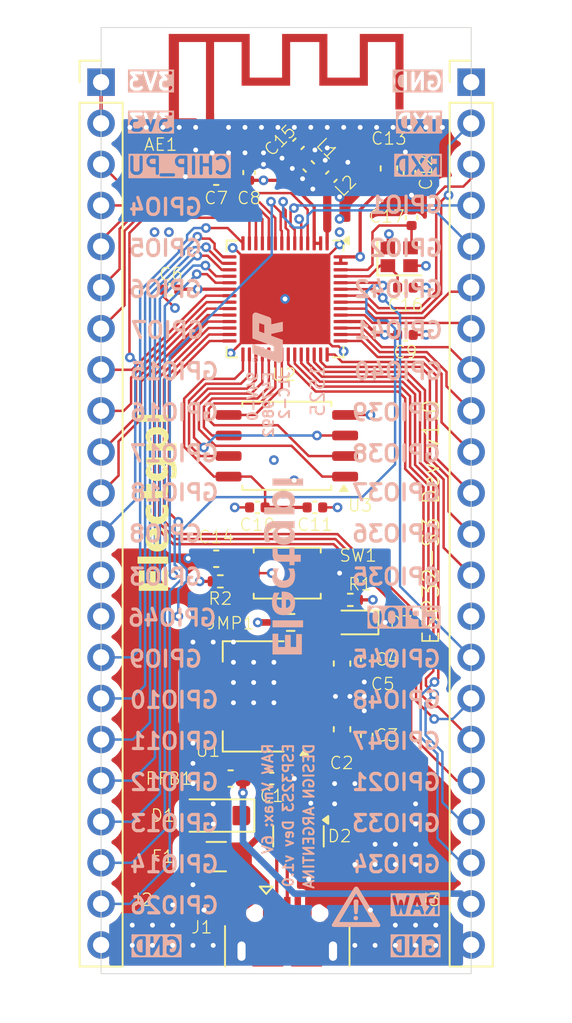
<source format=kicad_pcb>
(kicad_pcb (version 20241229) (generator "pcbnew") (generator_version "9.0")
  (layers (0 "F.Cu" signal) (4 "In1.Cu" signal) (6 "In2.Cu" signal) (2 "B.Cu" signal) (13 "F.Paste" user) (15 "B.Paste" user) (5 "F.SilkS" user "F.Silkscreen") (7 "B.SilkS" user "B.Silkscreen") (1 "F.Mask" user) (3 "B.Mask" user) (25 "Edge.Cuts" user))
  (net 0 "")
  (net 1 "Net-(AE1-A)")
  (net 2 "+3.3V")
  (net 3 "GND")
  (net 4 "VDD_SPI")
  (net 5 "CHIP_PU")
  (net 6 "Net-(U2-XTAL_N)")
  (net 7 "Net-(U2-XTAL_P)")
  (net 8 "RAW")
  (net 9 "Net-(D3-A)")
  (net 10 "D_M")
  (net 11 "VBUS")
  (net 12 "D_P")
  (net 13 "Net-(U1-VI)")
  (net 14 "Net-(U1-VO)")
  (net 15 "Net-(D1-A)")
  (net 17 "Net-(U2-LNA_IN{slash}RF)")
  (net 18 "GPIO0")
  (net 19 "SPIHD")
  (net 20 "SPIWP")
  (net 21 "SPICS0")
  (net 22 "SPICLK")
  (net 23 "SPIQ")
  (net 24 "SPID")
  (net 25 "GPIO17")
  (net 26 "GPIO14")
  (net 27 "GPIO16")
  (net 28 "GPIO47")
  (net 29 "GPIO4")
  (net 30 "GPIO6")
  (net 31 "GPIO7")
  (net 32 "TXD")
  (net 33 "GPIO37")
  (net 34 "GPIO21")
  (net 35 "GPIO38")
  (net 36 "GPIO13")
  (net 37 "GPIO12")
  (net 38 "GPIO45")
  (net 39 "GPIO2")
  (net 40 "GPIO40")
  (net 41 "RXD")
  (net 42 "GPIO18")
  (net 43 "GPIO26")
  (net 44 "GPIO10")
  (net 45 "GPIO41")
  (net 46 "GPIO8")
  (net 47 "GPIO3")
  (net 48 "GPIO9")
  (net 49 "GPIO34")
  (net 50 "GPIO15")
  (net 51 "GPIO46")
  (net 52 "GPIO36")
  (net 53 "GPIO35")
  (net 54 "GPIO39")
  (net 55 "GPIO42")
  (net 56 "GPIO48")
  (net 57 "GPIO11")
  (net 58 "GPIO5")
  (net 59 "GPIO33")
  (net 60 "GPIO1")
  (footprint "Capacitor_SMD:C_0402_1005Metric" (layer "F.Cu") (at 149.860748 101.0412)
    (property "Reference" "C11")
    (property "Value" "100n")
  )
  (footprint "Capacitor_SMD:C_0402_1005Metric" (layer "F.Cu") (at 155.702748 80.3402 90)
    (property "Reference" "C12")
    (property "Value" "100n")
  )
  (footprint "Capacitor_SMD:C_0603_1608Metric" (layer "F.Cu") (at 143.764748 80.5942 180)
    (property "Reference" "C7")
    (property "Value" "10u")
  )
  (footprint "Capacitor_SMD:C_0402_1005Metric" (layer "F.Cu") (at 155.448748 90.3732)
    (property "Reference" "C9")
    (property "Value" "100n")
  )
  (footprint "Resistor_SMD:R_0402_1005Metric" (layer "F.Cu") (at 152.044748 106.7562 180)
    (property "Reference" "R1")
    (property "Value" "10k")
  )
  (footprint "Capacitor_SMD:C_0402_1005Metric" (layer "F.Cu") (at 153.060748 110.4392 -90)
    (property "Reference" "C4")
    (property "Value" "100n")
  )
  (footprint "Connector_USB:USB_Micro-B_XKB_U254-051T-4BH83-F1S" (layer "F.Cu") (at 148.152748 128.0832)
    (property "Reference" "J1")
    (property "Value" "U254-051T-4BH83-F1S")
  )
  (footprint "Capacitor_SMD:C_0603_1608Metric" (layer "F.Cu") (at 143.764748 104.2162 180)
    (property "Reference" "C14")
    (property "Value" "10u")
  )
  (footprint "Diode_SMD:D_SOD-123" (layer "F.Cu") (at 143.764748 120.0912 180)
    (property "Reference" "D1")
    (property "Value" "DS310W")
  )
  (footprint "Capacitor_SMD:C_0402_1005Metric" (layer "F.Cu") (at 155.829748 83.1342 90)
    (property "Reference" "C17")
    (property "Value" "10p")
  )
  (footprint "Capacitor_SMD:C_0402_1005Metric" (layer "F.Cu") (at 140.970748 87.5792 180)
    (property "Reference" "C6")
    (property "Value" "100n")
  )
  (footprint "ESP_Antenna:ESPRESSIF_ESP32_MIFA_2.4GHz_Right" (layer "F.Cu") (at 143.532 76.92)
    (property "Reference" "AE1")
    (property "Value" "Antenna_Shield")
  )
  (footprint "Capacitor_SMD:C_0402_1005Metric" (layer "F.Cu") (at 145.796748 80.3402 90)
    (property "Reference" "C8")
    (property "Value" "100n")
  )
  (footprint "Capacitor_SMD:C_0402_1005Metric" (layer "F.Cu") (at 149.479748 79.9592 -45)
    (property "Reference" "L1")
    (property "Value" "3.8nH")
  )
  (footprint "Capacitor_SMD:C_0603_1608Metric" (layer "F.Cu") (at 151.536748 110.6932 -90)
    (property "Reference" "C5")
    (property "Value" "47u")
  )
  (footprint "Capacitor_SMD:C_0603_1608Metric" (layer "F.Cu") (at 151.536748 114.7572 90)
    (property "Reference" "C2")
    (property "Value" "47u")
  )
  (footprint "Package_TO_SOT_SMD:SOT-143" (layer "F.Cu") (at 148.844748 121.3612 -90)
    (property "Reference" "D2")
    (property "Value" "SP0503BAHTG")
  )
  (footprint "Connector_PinHeader_2.54mm:PinHeader_1x22_P2.54mm_Vertical" (layer "F.Cu") (at 159.512748 74.7522)
    (property "Reference" "J3")
    (property "Value" "Conn_01x22_Pin")
  )
  (footprint "Capacitor_SMD:C_0402_1005Metric" (layer "F.Cu") (at 153.060748 115.1382 90)
    (property "Reference" "C3")
    (property "Value" "100n")
  )
  (footprint "Capacitor_SMD:C_0402_1005Metric" (layer "F.Cu") (at 147.193748 117.8052)
    (property "Reference" "C1")
    (property "Value" "1u")
  )
  (footprint "Capacitor_SMD:C_0603_1608Metric" (layer "F.Cu") (at 154.432748 80.0862 90)
    (property "Reference" "C13")
    (property "Value" "10u")
  )
  (footprint "Connector_PinHeader_2.54mm:PinHeader_1x22_P2.54mm_Vertical" (layer "F.Cu") (at 136.652748 74.7522)
    (property "Reference" "J2")
    (property "Value" "Conn_01x22_Pin")
  )
  (footprint "Capacitor_SMD:C_0402_1005Metric" (layer "F.Cu") (at 146.304748 101.0412 180)
    (property "Reference" "C10")
    (property "Value" "1u")
  )
  (footprint "Resistor_SMD:R_0402_1005Metric" (layer "F.Cu") (at 144.018748 105.6132)
    (property "Reference" "R2")
    (property "Value" "10k")
  )
  (footprint "Button_Switch_SMD:SW_Push_SPST_NO_Alps_SKRK" (layer "F.Cu") (at 148.150748 105.1052 180)
    (property "Reference" "SW1")
    (property "Value" "SW_Push")
  )
  (footprint "Capacitor_SMD:C_0402_1005Metric" (layer "F.Cu") (at 148.844748 78.5622 45)
    (property "Reference" "C15")
    (property "Value" "100n")
  )
  (footprint "LED_SMD:LED_0603_1608Metric" (layer "F.Cu") (at 152.298748 108.1532 180)
    (property "Reference" "D3")
    (property "Value" "LED")
  )
  (footprint "Capacitor_SMD:C_0603_1608Metric" (layer "F.Cu") (at 144.653748 117.8052)
    (property "Reference" "PFB1")
    (property "Value" "600R")
  )
  (footprint "Resistor_SMD:R_0603_1608Metric" (layer "F.Cu") (at 148.361748 108.1532 180)
    (property "Reference" "JMP1")
    (property "Value" "0R")
  )
  (footprint "Fuse:Fuse_1206_3216Metric_Pad1.42x1.75mm_HandSolder" (layer "F.Cu") (at 143.764748 122.6312 180)
    (property "Reference" "F1")
    (property "Value" "nSMD150")
  )
  (footprint "Capacitor_SMD:C_0402_1005Metric" (layer "F.Cu") (at 150.876748 80.5942 45)
    (property "Reference" "L2")
    (property "Value" "8.6nH")
  )
  (footprint "Crystal:Crystal_SMD_2016-4Pin_2.0x1.6mm" (layer "F.Cu") (at 155.067748 85.5472)
    (property "Reference" "Y1" (hide yes))
    (property "Value" "R940000096")
  )
  (footprint "Capacitor_SMD:C_0402_1005Metric" (layer "F.Cu") (at 155.448748 87.4522)
    (property "Reference" "C16")
    (property "Value" "10p")
  )
  (footprint "Package_TO_SOT_SMD:SOT-223" (layer "F.Cu") (at 146.075748 112.7252 180)
    (property "Reference" "U1")
    (property "Value" "MCP1826S-3302E/DB")
  )
  (footprint "Package_SO:SOP-8_5.28x5.23mm_P1.27mm" (layer "F.Cu") (at 148.126748 97.2312 180)
    (property "Reference" "U3")
    (property "Value" "W25Q64JVSSIQ")
  )
  (footprint "Package_DFN_QFN:QFN-56-1EP_7x7mm_P0.4mm_EP5.6x5.6mm" (layer "F.Cu") (at 148.014748 88.1522 -90)
    (property "Reference" "U2")
    (property "Value" "ESP32-S3")
  )
  (footprint "EXO_LIB_GIT:Recognized Component very small" (layer "B.Cu") (at 146.939 90.551 -90)
    (property "Reference" "G***" (hide yes))
    (property "Value" "LOGO" (hide yes))
  )
  (footprint "EXO_LIB_GIT:Warning_3mm" (layer "B.Cu") (at 152.4 125.73 180)
    (property "Reference" "G***" (hide yes))
    (property "Value" "LOGO" (hide yes))
  )
  (gr_rect (start 140.208 77.089) (end 142.494 77.851) (stroke (width 0.2)) (fill yes) (layer "F.Cu") (net 3))
  (gr_poly (pts (xy 145.161 119.594697) (xy 144.869398 119.594697) (xy 144.869398 120.590541) (xy 145.161 120.590541)) (stroke (width 0.2)) (fill yes) (layer "F.Cu") (net 8))
  (gr_poly (pts (xy 142.367 119.590583) (xy 142.671185 119.590583) (xy 142.671185 120.594656) (xy 142.367 120.594656)) (stroke (width 0.2)) (fill yes) (layer "F.Cu") (net 15))
  (gr_line (start 136.652748 71.374) (end 159.512748 71.374) (stroke (width 0.05)) (layer "Edge.Cuts"))
  (gr_line (start 136.652748 129.8702) (end 136.652748 71.374) (stroke (width 0.05)) (layer "Edge.Cuts"))
  (gr_line (start 159.512748 71.374) (end 159.512748 129.8702) (stroke (width 0.05)) (layer "Edge.Cuts"))
  (gr_line (start 159.512748 129.8702) (end 136.652748 129.8702) (stroke (width 0.05)) (layer "Edge.Cuts"))
  (gr_text "ESP32-S3 Dev v1.0" (at 157.607 109.601 90) (layer "F.SilkS") (effects (font (size 1 1) (thickness 0.1)) (justify left bottom)))
  (gr_text "Electgpl" (at 141.097 106.426 90) (layer "F.SilkS") (effects (font (size 1.778 1.778) (thickness 0.2) (bold yes)) (justify left bottom)))
  (gr_text "ESP32S3 Dev v1.0" (at 148.59 115.57 90) (layer "B.SilkS") (effects (font (size 0.635 0.635) (thickness 0.127) (bold yes)) (justify left bottom mirror)))
  (gr_text "GPIO6" (at 143.002 88.138 0) (layer "B.SilkS") (effects (font (size 1 1) (thickness 0.2) (bold yes)) (justify left bottom mirror)))
  (gr_text "GPIO1" (at 157.861 82.931 0) (layer "B.SilkS") (effects (font (size 1 1) (thickness 0.2) (bold yes)) (justify left bottom mirror)))
  (gr_text "GPIO26" (at 144.018 126.238 0) (layer "B.SilkS") (effects (font (size 1 1) (thickness 0.2) (bold yes)) (justify left bottom mirror)))
  (gr_text "GPIO15" (at 144.018 93.218 0) (layer "B.SilkS") (effects (font (size 1 1) (thickness 0.2) (bold yes)) (justify left bottom mirror)))
  (gr_text "GPIO7" (at 143.129 90.678 0) (layer "B.SilkS") (effects (font (size 1 1) (thickness 0.2) (bold yes)) (justify left bottom mirror)))
  (gr_text "GPIO0" (at 157.734 108.458 0) (layer "B.SilkS" knockout) (effects (font (size 1 1) (thickness 0.2) (bold yes)) (justify left bottom mirror)))
  (gr_text "GPIO10" (at 144.018 113.538 0) (layer "B.SilkS") (effects (font (size 1 1) (thickness 0.2) (bold yes)) (justify left bottom mirror)))
  (gr_text "GPIO11" (at 144.018 116.078 0) (layer "B.SilkS") (effects (font (size 1 1) (thickness 0.2) (bold yes)) (justify left bottom mirror)))
  (gr_text "GPIO46" (at 143.891 108.458 0) (layer "B.SilkS") (effects (font (size 1 1) (thickness 0.2) (bold yes)) (justify left bottom mirror)))
  (gr_text "GPIO36" (at 157.734 103.251 0) (layer "B.SilkS") (effects (font (size 1 1) (thickness 0.2) (bold yes)) (justify left bottom mirror)))
  (gr_text "GPIO40" (at 157.861 93.218 0) (layer "B.SilkS") (effects (font (size 1 1) (thickness 0.2) (bold yes)) (justify left bottom mirror)))
  (gr_text "GPIO39" (at 157.734 95.758 0) (layer "B.SilkS") (effects (font (size 1 1) (thickness 0.2) (bold yes)) (justify left bottom mirror)))
  (gr_text "GND" (at 141.732 128.778 0) (layer "B.SilkS" knockout) (effects (font (size 1 1) (thickness 0.2) (bold yes)) (justify left bottom mirror)))
  (gr_text "GPIO21" (at 157.734 118.618 0) (layer "B.SilkS") (effects (font (size 1 1) (thickness 0.2) (bold yes)) (justify left bottom mirror)))
  (gr_text "TXD" (at 157.734 77.851 0) (layer "B.SilkS" knockout) (effects (font (size 1 1) (thickness 0.2) (bold yes)) (justify left bottom mirror)))
  (gr_text "RAW Vmax: 6V" (at 147.32 115.57 90) (layer "B.SilkS") (effects (font (size 0.635 0.635) (thickness 0.127) (bold yes)) (justify left bottom mirror)))
  (gr_text "1525" (at 150.622 92.202 90) (layer "B.SilkS") (effects (font (size 0.9144 0.9144) (thickness 0.15) (italic yes)) (justify left bottom mirror)))
  (gr_text "GPIO41" (at 157.861 90.678 0) (layer "B.SilkS") (effects (font (size 1 1) (thickness 0.2) (bold yes)) (justify left bottom mirror)))
  (gr_text "GPIO12" (at 144.018 118.618 0) (layer "B.SilkS") (effects (font (size 1 1) (thickness 0.2) (bold yes)) (justify left bottom mirror)))
  (gr_text "GPIO45" (at 157.734 110.998 0) (layer "B.SilkS") (effects (font (size 1 1) (thickness 0.2) (bold yes)) (justify left bottom mirror)))
  (gr_text "GPIO18" (at 144.018 100.711 0) (layer "B.SilkS") (effects (font (size 1 1) (thickness 0.2) (bold yes)) (justify left bottom mirror)))
  (gr_text "GPIO38" (at 157.734 98.298 0) (layer "B.SilkS") (effects (font (size 1 1) (thickness 0.2) (bold yes)) (justify left bottom mirror)))
  (gr_text "GPIO8" (at 143.002 103.251 0) (layer "B.SilkS") (effects (font (size 1 1) (thickness 0.2) (bold yes)) (justify left bottom mirror)))
  (gr_text "GPIO17" (at 144.018 98.298 0) (layer "B.SilkS") (effects (font (size 1 1) (thickness 0.2) (bold yes)) (justify left bottom mirror)))
  (gr_text "GPIO16" (at 144.018 95.758 0) (layer "B.SilkS") (effects (font (size 1 1) (thickness 0.2) (bold yes)) (justify left bottom mirror)))
  (gr_text "GND" (at 157.861 75.311 0) (layer "B.SilkS" knockout) (effects (font (size 1 1) (thickness 0.2) (bold yes)) (justify left bottom mirror)))
  (gr_text "GPIO47" (at 157.734 116.078 0) (layer "B.SilkS") (effects (font (size 1 1) (thickness 0.2) (bold yes)) (justify left bottom mirror)))
  (gr_text "GPIO35" (at 157.734 105.918 0) (layer "B.SilkS") (effects (font (size 1 1) (thickness 0.2) (bold yes)) (justify left bottom mirror)))
  (gr_text "GPIO3" (at 143.002 105.918 0) (layer "B.SilkS") (effects (font (size 1 1) (thickness 0.2) (bold yes)) (justify left bottom mirror)))
  (gr_text "RAW" (at 157.734 126.238 0) (layer "B.SilkS" knockout) (effects (font (size 1 1) (thickness 0.2) (bold yes)) (justify left bottom mirror)))
  (gr_text "3V3" (at 141.224 77.851 0) (layer "B.SilkS" knockout) (effects (font (size 1 1) (thickness 0.2) (bold yes)) (justify left bottom mirror)))
  (gr_text "GPIO9\n" (at 143.002 110.998 0) (layer "B.SilkS") (effects (font (size 1 1) (thickness 0.2) (bold yes)) (justify left bottom mirror)))
  (gr_text "DESIGN ARGENTINA" (at 149.86 115.57 90) (layer "B.SilkS") (effects (font (size 0.635 0.635) (thickness 0.127) (bold yes)) (justify left bottom mirror)))
  (gr_text "94V-0\nE479892\nJLC-2" (at 148.336 92.583 90) (layer "B.SilkS") (effects (font (size 0.6096 0.6096) (thickness 0.127) (bold yes)) (justify left bottom mirror)))
  (gr_text "GND" (at 157.734 128.778 0) (layer "B.SilkS" knockout) (effects (font (size 1 1) (thickness 0.2) (bold yes)) (justify left bottom mirror)))
  (gr_text "GPIO37" (at 157.734 100.711 0) (layer "B.SilkS") (effects (font (size 1 1) (thickness 0.2) (bold yes)) (justify left bottom mirror)))
  (gr_text "GPIO4" (at 143.002 83.058 0) (layer "B.SilkS") (effects (font (size 1 1) (thickness 0.2) (bold yes)) (justify left bottom mirror)))
  (gr_text "GPIO42" (at 157.861 88.138 0) (layer "B.SilkS") (effects (font (size 1 1) (thickness 0.2) (bold yes)) (justify left bottom mirror)))
  (gr_text "RXD" (at 157.861 80.518 0) (layer "B.SilkS" knockout) (effects (font (size 1 1) (thickness 0.2) (bold yes)) (justify left bottom mirror)))
  (gr_text "GPIO14" (at 144.018 123.698 0) (layer "B.SilkS") (effects (font (size 1 1) (thickness 0.2) (bold yes)) (justify left bottom mirror)))
  (gr_text "Electgpl" (at 146.939 110.363 -90) (layer "B.SilkS") (effects (font (size 1.778 1.778) (thickness 0.2) (bold yes)) (justify left bottom mirror)))
  (gr_text "GPIO2" (at 157.861 85.598 0) (layer "B.SilkS") (effects (font (size 1 1) (thickness 0.2) (bold yes)) (justify left bottom mirror)))
  (gr_text "GPIO48" (at 157.734 113.538 0) (layer "B.SilkS") (effects (font (size 1 1) (thickness 0.2) (bold yes)) (justify left bottom mirror)))
  (gr_text "GPIO33" (at 157.734 121.158 0) (layer "B.SilkS") (effects (font (size 1 1) (thickness 0.2) (bold yes)) (justify left bottom mirror)))
  (gr_text "GPIO5" (at 143.002 85.598 0) (layer "B.SilkS") (effects (font (size 1 1) (thickness 0.2) (bold yes)) (justify left bottom mirror)))
  (gr_text "3V3" (at 141.224 75.311 0) (layer "B.SilkS" knockout) (effects (font (size 1 1) (thickness 0.2) (bold yes)) (justify left bottom mirror)))
  (gr_text "GPIO13\n" (at 144.018 121.158 0) (layer "B.SilkS") (effects (font (size 1 1) (thickness 0.2) (bold yes)) (justify left bottom mirror)))
  (gr_text "GPIO34" (at 157.734 123.698 0) (layer "B.SilkS") (effects (font (size 1 1) (thickness 0.2) (bold yes)) (justify left bottom mirror)))
  (gr_text "CHIP_PU" (at 144.78 80.518 0) (layer "B.SilkS" knockout) (effects (font (size 1 1) (thickness 0.2) (bold yes)) (justify left bottom mirror)))
  (segment (start 143.764748 78.3082) (end 143.383748 77.9272) (width 0.508) (layer "F.Cu") (net 1))
  (segment (start 143.383748 77.1038) (end 143.382748 77.1038) (width 0.1524) (layer "F.Cu") (net 1))
  (segment (start 149.140337 79.536611) (end 148.505337 78.901611) (width 0.508) (layer "F.Cu") (net 1))
  (segment (start 143.383748 77.216) (end 143.383748 77.1038) (width 0.1524) (layer "F.Cu") (net 1))
  (segment (start 143.383748 77.9272) (end 143.383748 77.216) (width 0.508) (layer "F.Cu") (net 1))
  (segment (start 149.140337 79.619789) (end 149.140337 79.536611) (width 0.1524) (layer "F.Cu") (net 1))
  (segment (start 147.911926 78.3082) (end 143.764748 78.3082) (width 0.508) (layer "F.Cu") (net 1))
  (segment (start 148.505337 78.901611) (end 147.911926 78.3082) (width 0.508) (layer "F.Cu") (net 1))
  (segment (start 142.621748 87.5522) (end 141.477748 87.5522) (width 0.2032) (layer "F.Cu") (net 2))
  (segment (start 154.473748 80.8202) (end 154.432748 80.8612) (width 0.2032) (layer "F.Cu") (net 2))
  (segment (start 136.652748 74.7522) (end 136.652748 77.2922) (width 0.2) (layer "F.Cu") (net 2))
  (segment (start 144.577248 87.5522) (end 142.621748 87.5522) (width 0.2032) (layer "F.Cu") (net 2))
  (segment (start 154.968748 90.3732) (end 154.178748 90.3732) (width 0.2032) (layer "F.Cu") (net 2))
  (segment (start 152.654748 82.6392) (end 154.432748 80.8612) (width 0.2032) (layer "F.Cu") (net 2))
  (segment (start 152.654748 85.5472) (end 152.654748 82.6392) (width 0.2032) (layer "F.Cu") (net 2))
  (segment (start 143.508748 105.6132) (end 142.748748 105.6132) (width 0.2032) (layer "F.Cu") (net 2))
  (segment (start 145.796748 80.8202) (end 144.765748 80.8202) (width 0.2) (layer "F.Cu") (net 2))
  (segment (start 151.452248 85.9522) (end 151.452248 85.5522) (width 0.2032) (layer "F.Cu") (net 2))
  (segment (start 154.178748 90.3732) (end 153.688618 90.3732) (width 0.2032) (layer "F.Cu") (net 2))
  (segment (start 146.685748 80.8202) (end 145.796748 80.8202) (width 0.2) (layer "F.Cu") (net 2))
  (segment (start 149.987748 84.7147) (end 149.814748 84.7147) (width 0.2) (layer "F.Cu") (net 2))
  (segment (start 136.652748 74.7522) (end 137.252748 75.3522) (width 0.2) (layer "F.Cu") (net 2))
  (segment (start 152.649748 85.5522) (end 152.654748 85.5472) (width 0.2032) (layer "F.Cu") (net 2))
  (segment (start 144.765748 80.8202) (end 144.539748 80.5942) (width 0.2) (layer "F.Cu") (net 2))
  (segment (start 150.214748 84.7147) (end 149.987748 84.7147) (width 0.2) (layer "F.Cu") (net 2))
  (segment (start 149.814748 84.7147) (end 149.814748 83.7708) (width 0.2) (layer "F.Cu") (net 2))
  (segment (start 136.906748 77.2922) (end 136.652748 77.2922) (width 0.2) (layer "F.Cu") (net 2))
  (segment (start 155.702748 80.8202) (end 154.473748 80.8202) (width 0.2032) (layer "F.Cu") (net 2))
  (segment (start 149.814748 84.7147) (end 149.814748 82.4532) (width 0.2) (layer "F.Cu") (net 2))
  (segment (start 152.867618 89.5522) (end 151.452248 89.5522) (width 0.2032) (layer "F.Cu") (net 2))
  (segment (start 153.688618 90.3732) (end 152.867618 89.5522) (width 0.2032) (layer "F.Cu") (net 2))
  (segment (start 151.452248 85.5522) (end 152.649748 85.5522) (width 0.2032) (layer "F.Cu") (net 2))
  (segment (start 149.814748 82.4532) (end 148.181748 80.8202) (width 0.2) (layer "F.Cu") (net 2))
  (segment (start 152.554748 106.7562) (end 153.441748 106.7562) (width 0.2032) (layer "F.Cu") (net 2))
  (segment (start 141.477748 87.5522) (end 141.450748 87.5792) (width 0.2032) (layer "F.Cu") (net 2))
  (segment (start 148.181748 80.8202) (end 146.685748 80.8202) (width 0.2) (layer "F.Cu") (net 2))
  (segment (start 147.536748 108.1532) (end 146.329748 108.1532) (width 0.4064) (layer "F.Cu") (net 2))
  (via (at 146.329748 108.1532) (size 0.6) (drill 0.3) (layers "F.Cu" "B.Cu") (net 2))
  (via (at 142.621748 87.5522) (size 0.6) (drill 0.3) (layers "F.Cu" "B.Cu") (net 2))
  (via (at 146.685748 80.8202) (size 0.6) (drill 0.3) (layers "F.Cu" "B.Cu") (net 2))
  (via (at 152.654748 85.5472) (size 0.6) (drill 0.3) (layers "F.Cu" "B.Cu") (net 2))
  (via (at 154.178748 90.3732) (size 0.6) (drill 0.3) (layers "F.Cu" "B.Cu") (net 2))
  (via (at 153.441748 106.7562) (size 0.6) (drill 0.3) (layers "F.Cu" "B.Cu") (net 2))
  (via (at 142.748748 105.6132) (size 0.6) (drill 0.3) (layers "F.Cu" "B.Cu") (net 2))
  (segment (start 149.594748 119.3412) (end 149.606748 119.3292) (width 0.1524) (layer "F.Cu") (net 3))
  (segment (start 149.452748 125.7982) (end 149.452748 124.0552) (width 0.1524) (layer "F.Cu") (net 3))
  (segment (start 145.052748 125.9232) (end 143.012748 125.9232) (width 0.1524) (layer "F.Cu") (net 3))
  (segment (start 146.952748 128.4732) (end 145.052748 126.5732) (width 0.1524) (layer "F.Cu") (net 3))
  (segment (start 144.866962 84.9998) (end 144.780748 84.9998) (width 0.1524) (layer "F.Cu") (net 3))
  (segment (start 146.952748 128.4732) (end 145.327748 128.4732) (width 0.1524) (layer "F.Cu") (net 3))
  (segment (start 154.367748 84.2078) (end 154.432748 84.1428) (width 0.1524) (layer "F.Cu") (net 3))
  (segment (start 151.726748 95.3262) (end 153.289748 95.3262) (width 0.1524) (layer "F.Cu") (net 3))
  (segment (start 155.767748 86.0972) (end 156.7092 86.0972) (width 0.1524) (layer "F.Cu") (net 3))
  (segment (start 151.262748 125.9332) (end 151.252748 125.9232) (width 0.1524) (layer "F.Cu") (net 3))
  (segment (start 155.829748 82.6542) (end 155.829748 81.7372) (width 0.1524) (layer "F.Cu") (net 3))
  (segment (start 153.289748 125.9332) (end 151.262748 125.9332) (width 0.1524) (layer "F.Cu") (net 3))
  (segment (start 151.252748 126.5732) (end 151.252748 125.9232) (width 0.1524) (layer "F.Cu") (net 3))
  (segment (start 148.014748 88.1522) (end 148.017748 88.1522) (width 0.1524) (layer "F.Cu") (net 3))
  (segment (start 154.432748 79.3112) (end 155.207748 79.3112) (width 0.1524) (layer "F.Cu") (net 3))
  (segment (start 146.952748 128.4732) (end 149.352748 128.4732) (width 0.1524) (layer "F.Cu") (net 3))
  (segment (start 149.352748 128.4732) (end 151.252748 126.5732) (width 0.1524) (layer "F.Cu") (net 3))
  (segment (start 142.989748 80.5942) (end 141.859748 80.5942) (width 0.1524) (layer "F.Cu") (net 3))
  (segment (start 140.490748 87.9882) (end 141.217525 88.714977) (width 0.1524) (layer "F.Cu") (net 3))
  (segment (start 142.053628 104.2162) (end 142.032748 104.19532) (width 0.1524) (layer "F.Cu") (net 3))
  (segment (start 151.330348 91.0808) (end 151.638748 91.3892) (width 0.1524) (layer "F.Cu") (net 3))
  (segment (start 150.943348 91.0808) (end 151.330348 91.0808) (width 0.1524) (layer "F.Cu") (net 3))
  (segment (start 148.014748 88.1552) (end 144.653748 91.5162) (width 0.1524) (layer "F.Cu") (net 3))
  (segment (start 149.452748 124.0552) (end 149.479748 124.0282) (width 0.1524) (layer "F.Cu") (net 3))
  (segment (start 150.340748 101.0412) (end 151.257748 101.0412) (width 0.1524) (layer "F.Cu") (net 3))
  (segment (start 145.052748 126.5732) (end 145.052748 125.9232) (width 0.1524) (layer "F.Cu") (net 3))
  (segment (start 148.014748 88.1522) (end 148.014748 88.1552) (width 0.1524) (layer "F.Cu") (net 3))
  (segment (start 143.012748 125.9232) (end 143.002748 125.9332) (width 0.1524) (layer "F.Cu") (net 3))
  (segment (start 148.017748 88.1522) (end 151.384748 84.7852) (width 0.1524) (layer "F.Cu") (net 3))
  (segment (start 145.796748 79.8602) (end 146.657748 79.8602) (width 0.1524) (layer "F.Cu") (net 3))
  (segment (start 155.928748 90.3732) (end 156.718748 90.3732) (width 0.1524) (layer "F.Cu") (net 3))
  (segment (start 156.7092 86.0972) (end 156.718 86.106) (width 0.1524) (layer "F.Cu") (net 3))
  (segment (start 148.014748 88.147586) (end 144.866962 84.9998) (width 0.1524) (layer "F.Cu") (net 3))
  (segment (start 154.367748 84.9972) (end 154.367748 84.2078) (width 0.1524) (layer "F.Cu") (net 3))
  (segment (start 146.657748 79.8602) (end 146.685748 79.8322) (width 0.1524) (layer "F.Cu") (net 3))
  (segment (start 142.989748 104.2162) (end 142.053628 104.2162) (width 0.1524) (layer "F.Cu") (net 3))
  (segment (start 140.490748 87.5792) (end 140.490748 87.9882) (width 0.1524) (layer "F.Cu") (net 3))
  (segment (start 149.352748 128.4732) (end 150.977748 128.4732) (width 0.1524) (layer "F.Cu") (net 3))
  (segment (start 147.673748 117.8052) (end 148.590748 117.8052) (width 0.1524) (layer "F.Cu") (net 3))
  (segment (start 155.702748 79.8602) (end 155.702748 79.3242) (width 0.1524) (layer "F.Cu") (net 3))
  (segment (start 155.702748 79.3242) (end 155.448748 79.0702) (width 0.1524) (layer "F.Cu") (net 3))
  (segment (start 153.086248 108.1532) (end 154.203748 108.1532) (width 0.1524) (layer "F.Cu") (net 3))
  (segment (start 148.014748 88.1522) (end 150.943348 91.0808) (width 0.1524) (layer "F.Cu") (net 3))
  (segment (start 149.594748 120.3612) (end 149.594748 119.3412) (width 0.1524) (layer "F.Cu") (net 3))
  (segment (start 145.824748 101.0412) (end 144.907748 101.0412) (width 0.1524) (layer "F.Cu") (net 3))
  (segment (start 155.207748 79.3112) (end 155.448748 79.0702) (width 0.1524) (layer "F.Cu") (net 3))
  (segment (start 150.250748 105.1052) (end 151.384748 105.1052) (width 0.1524) (layer "F.Cu") (net 3))
  (segment (start 148.014748 88.1522) (end 148.014748 88.147586) (width 0.1524) (layer "F.Cu") (net 3))
  (segment (start 155.928748 87.4522) (end 156.718748 87.4522) (width 0.1524) (layer "F.Cu") (net 3))
  (via (at 142.327748 128.11695) (size 0.6) (drill 0.3) (layers "F.Cu" "B.Cu") (net 3))
  (via (at 146.077748 113.11695) (size 0.6) (drill 0.3) (layers "F.Cu" "B.Cu") (net 3))
  (via (at 156.077748 128.11695) (size 0.6) (drill 0.3) (layers "F.Cu" "B.Cu") (net 3))
  (via (at 149.098748 80.7212) (size 0.6) (drill 0.3) (layers "F.Cu" "B.Cu") (net 3))
  (via (at 146.685 79.121) (size 0.6) (drill 0.3) (layers "F.Cu" "B.Cu") (net 3))
  (via (at 143.002748 125.9332) (size 0.6) (drill 0.3) (layers "F.Cu" "B.Cu") (net 3))
  (via (at 148.590748 77.5462) (size 0.6) (drill 0.3) (layers "F.Cu" "B.Cu") (net 3))
  (via (at 151.077748 118.11695) (size 0.6) (drill 0.3) (layers "F.Cu" "B.Cu") (net 3))
  (via (at 152.327748 118.11695) (size 0.6) (drill 0.3) (layers "F.Cu" "B.Cu") (net 3))
  (via (at 150.495748 79.5782) (size 0.6) (drill 0.3) (layers "F.Cu" "B.Cu") (net 3))
  (via (at 152.654748 77.5462) (size 0.6) (drill 0.3) (layers "F.Cu" "B.Cu") (net 3))
  (via (at 144.526748 79.121) (size 0.6) (drill 0.3) (layers "F.Cu" "B.Cu") (net 3))
  (via (at 152.019748 112.7252) (size 0.6) (drill 0.3) (layers "F.Cu" "B.Cu") (net 3))
  (via (at 153.289748 125.9332) (size 0.6) (drill 0.3) (layers "F.Cu" "B.Cu") (net 3))
  (via (at 153.577748 121.86695) (size 0.6) (drill 0.3) (layers "F.Cu" "B.Cu") (net 3))
  (via (at 154.686748 77.5462) (size 0.6) (drill 0.3) (layers "F.Cu" "B.Cu") (net 3))
  (via (at 153.577748 123.11695) (size 0.6) (drill 0.3) (layers "F.Cu" "B.Cu") (net 3))
  (via (at 157.327748 128.11695) (size 0.6) (drill 0.3) (layers "F.Cu" "B.Cu") (net 3))
  (via (at 146.077748 111.86695) (size 0.6) (drill 0.3) (layers "F.Cu" "B.Cu") (net 3))
  (via (at 148.463748 80.0862) (size 0.6) (drill 0.3) (layers "F.Cu" "B.Cu") (net 3))
  (via (at 148.590748 117.8052) (size 0.6) (drill 0.3) (layers "F.Cu" "B.Cu") (net 3))
  (via (at 143.577748 119.36695) (size 0.6) (drill 0.3) (layers "F.Cu" "B.Cu") (net 3))
  (via (at 154.432748 84.1428) (size 0.6) (drill 0.3) (layers "F.Cu" "B.Cu") (net 3))
  (via (at 156.077748 123.11695) (size 0.6) (drill 0.3) (layers "F.Cu" "B.Cu") (net 3))
  (via (at 156.718748 77.5462) (size 0.6) (drill 0.3) (layers "F.Cu" "B.Cu") (net 3))
  (via (at 154.827748 123.11695) (size 0.6) (drill 0.3) (layers "F.Cu" "B.Cu") (net 3))
  (via (at 146.685748 79.8322) (size 0.6) (drill 0.3) (layers "F.Cu" "B.Cu") (net 3))
  (via (at 150.622748 77.5462) (size 0.6) (drill 0.3) (layers "F.Cu" "B.Cu") (net 3))
  (via (at 142.327748 124.36695) (size 0.6) (drill 0.3) (layers "F.Cu" "B.Cu") (net 3))
  (via (at 151.638748 77.5462) (size 0.6) (drill 0.3) (layers "F.Cu" "B.Cu") (net 3))
  (via (at 153.577748 128.11695) (size 0.6) (drill 0.3) (layers "F.Cu" "B.Cu") (net 3))
  (via (at 144.827748 111.86695) (size 0.6) (drill 0.3) (layers "F.Cu" "B.Cu") (net 3))
  (via (at 151.638748 91.3892) (size 0.6) (drill 0.3) (layers "F.Cu" "B.Cu") (net 3))
  (via (at 144.653748 91.5162) (size 0.6) (drill 0.3) (layers "F.Cu" "B.Cu") (net 3))
  (via (at 149.606748 119.3292) (size 0.6) (drill 0.3) (layers "F.Cu" "B.Cu") (net 3))
  (via (at 148.014748 88.1522) (size 0.6) (drill 0.3) (layers "F.Cu" "B.Cu") (net 3))
  (via (at 155.702748 77.5462) (size 0.6) (drill 0.3) (layers "F.Cu" "B.Cu") (net 3))
  (via (at 156.718 86.106) (size 0.6) (drill 0.3) (layers "F.Cu" "B.Cu") (net 3))
  (via (at 141.859748 80.5942) (size 0.6) (drill 0.3) (layers "F.Cu" "B.Cu") (net 3))
  (via (at 145.542748 77.5462) (size 0.6) (drill 0.3) (layers "F.Cu" "B.Cu") (net 3))
  (via (at 152.908748 113.6142) (size 0.6) (drill 0.3) (layers "F.Cu" "B.Cu") (net 3))
  (via (at 154.827748 128.11695) (size 0.6) (drill 0.3) (layers "F.Cu" "B.Cu") (net 3))
  (via (at 144.827748 109.36695) (size 0.6) (drill 0.3) (layers "F.Cu" "B.Cu") (net 3))
  (via (at 156.718748 90.3732) (size 0.6) (drill 0.3) (layers "F.Cu" "B.Cu") (net 3))
  (via (at 144.526748 77.5462) (size 0.6) (drill 0.3) (layers "F.Cu" "B.Cu") (net 3))
  (via (at 144.827748 113.11695) (size 0.6) (drill 0.3) (layers "F.Cu" "B.Cu") (net 3))
  (via (at 153.289748 95.3262) (size 0.6) (drill 0.3) (layers "F.Cu" "B.Cu") (net 3))
  (via (at 142.327748 109.36695) (size 0.6) (drill 0.3) (layers "F.Cu" "B.Cu") (net 3))
  (via (at 151.384748 84.7852) (size 0.6) (drill 0.3) (layers "F.Cu" "B.Cu") (net 3))
  (via (at 141.217525 88.714977) (size 0.6) (drill 0.3) (layers "F.Cu" "B.Cu") (net 3))
  (via (at 145.542 79.121) (size 0.6) (drill 0.3) (layers "F.Cu" "B.Cu") (net 3))
  (via (at 151.384748 83.2056) (size 0.6) (drill 0.3) (layers "F.Cu" "B.Cu") (net 3))
  (via (at 151.077748 119.36695) (size 0.6) (drill 0.3) (layers "F.Cu" "B.Cu") (net 3))
  (via (at 141.077748 126.86695) (size 0.6) (drill 0.3) (layers "F.Cu" "B.Cu") (net 3))
  (via (at 157.734748 77.5462) (size 0.6) (drill 0.3) (layers "F.Cu" "B.Cu") (net 3))
  (via (at 146.558748 77.5462) (size 0.6) (drill 0.3) (layers "F.Cu" "B.Cu") (net 3))
  (via (at 149.860748 78.9432) (size 0.6) (drill 0.3) (layers "F.Cu" "B.Cu") (net 3))
  (via (at 157.327748 126.86695) (size 0.6) (drill 0.3) (layers "F.Cu" "B.Cu") (net 3))
  (via (at 149.606748 77.5462) (size 0.6) (drill 0.3) (layers "F.Cu" "B.Cu") (net 3))
  (via (at 156.077748 120.61695) (size 0.6) (drill 0.3) (layers "F.Cu" "B.Cu") (net 3))
  (via (at 152.327748 123.11695) (size 0.6) (drill 0.3) (layers "F.Cu" "B.Cu") (net 3))
  (via (at 138.430748 77.5462) (size 0.6) (drill 0.3) (layers "F.Cu" "B.Cu") (net 3))
  (via (at 142.032748 104.19532) (size 0.6) (drill 0.3) (layers "F.Cu" "B.Cu") (net 3))
  (via (at 140.843748 84.0232) (size 0.6) (drill 0.3) (layers "F.Cu" "B.Cu") (net 3))
  (via (at 151.384748 81.8436) (size 0.6) (drill 0.3) (layers "F.Cu" "B.Cu") (net 3))
  (via (at 141.077748 128.11695) (size 0.6) (drill 0.3) (layers "F.Cu" "B.Cu") (net 3))
  (via (at 139.827748 128.11695) (size 0.6) (drill 0.3) (layers "F.Cu" "B.Cu") (net 3))
  (via (at 142.494748 77.5462) (size 0.6) (drill 0.3) (layers "F.Cu" "B.Cu") (net 3))
  (via (at 152.327748 128.11695) (size 0.6) (drill 0.3) (layers "F.Cu" "B.Cu") (net 3))
  (via (at 143.510748 79.121) (size 0.6) (drill 0.3) (layers "F.Cu" "B.Cu") (net 3))
  (via (at 146.077748 110.61695) (size 0.6) (drill 0.3) (layers "F.Cu" "B.Cu") (net 3))
  (via (at 138.577748 126.86695) (size 0.6) (drill 0.3) (layers "F.Cu" "B.Cu") (net 3))
  (via (at 140.462748 77.5462) (size 0.6) (drill 0.3) (layers "F.Cu" "B.Cu") (net 3))
  (via (at 150.622748 78.8162) (size 0.6) (drill 0.3) (layers "F.Cu" "B.Cu") (net 3))
  (via (at 143.577748 128.11695) (size 0.6) (drill 0.3) (layers "F.Cu" "B.Cu") (net 3))
  (via (at 139.827748 126.86695) (size 0.6) (drill 0.3) (layers "F.Cu" "B.Cu") (net 3))
  (via (at 151.257748 101.0412) (size 0.6) (drill 0.3) (layers "F.Cu" "B.Cu") (net 3))
  (via (at 154.203748 108.1532) (size 0.6) (drill 0.3) (layers "F.Cu" "B.Cu") (net 3))
  (via (at 151.130748 112.7252) (size 0.6) (drill 0.3) (layers "F.Cu" "B.Cu") (net 3))
  (via (at 149.733748 81.3562) (size 0.6) (drill 0.3) (layers "F.Cu" "B.Cu") (net 3))
  (via (at 144.780748 84.9998) (size 0.6) (drill 0.3) (layers "F.Cu" "B.Cu") (net 3))
  (via (at 143.577748 109.36695) (size 0.6) (drill 0.3) (layers "F.Cu" "B.Cu") (net 3))
  (via (at 151.384748 105.1052) (size 0.6) (drill 0.3) (layers "F.Cu" "B.Cu") (net 3))
  (via (at 144.827748 110.61695) (size 0.6) (drill 0.3) (layers "F.Cu" "B.Cu") (net 3))
  (via (at 148.577748 99.36695) (size 0.6) (drill 0.3) (layers "F.Cu" "B.Cu") (net 3))
  (via (at 147.327748 113.11695) (size 0.6) (drill 0.3) (layers "F.Cu" "B.Cu") (net 3))
  (via (at 154.827748 121.86695) (size 0.6) (drill 0.3) (layers "F.Cu" "B.Cu") (net 3))
  (via (at 156.718748 87.4522) (size 0.6) (drill 0.3) (layers "F.Cu" "B.Cu") (net 3))
  (via (at 142.327748 115.61695) (size 0.6) (drill 0.3) (layers "F.Cu" "B.Cu") (net 3))
  (via (at 152.908748 112.7252) (size 0.6) (drill 0.3) (layers "F.Cu" "B.Cu") (net 3))
  (via (at 143.577748 120.61695) (size 0.6) (drill 0.3) (layers "F.Cu" "B.Cu") (net 3))
  (via (at 151.892748 79.7052) (size 0.6) (drill 0.3) (layers "F.Cu" "B.Cu") (net 3))
  (via (at 155.829748 81.7372) (size 0.6) (drill 0.3) (layers "F.Cu" "B.Cu") (net 3))
  (via (at 154.827748 126.86695) (size 0.6) (drill 0.3) (layers "F.Cu" "B.Cu") (net 3))
  (via (at 156.077748 126.86695) (size 0.6) (drill 0.3) (layers "F.Cu" "B.Cu") (net 3))
  (via (at 147.327748 110.61695) (size 0.6) (drill 0.3) (layers "F.Cu" "B.Cu") (net 3))
  (via (at 141.478748 77.5462) (size 0.6) (drill 0.3) (layers "F.Cu" "B.Cu") (net 3))
  (via (at 147.327748 98.11695) (size 0.6) (drill 0.3) (layers "F.Cu" "B.Cu") (net 3))
  (via (at 141.077748 125.61695) (size 0.6) (drill 0.3) (layers "F.Cu" "B.Cu") (net 3))
  (via (at 151.384748 84.0232) (size 0.6) (drill 0.3) (layers "F.Cu" "B.Cu") (net 3))
  (via (at 144.907748 101.0412) (size 0.6) (drill 0.3) (layers "F.Cu" "B.Cu") (net 3))
  (via (at 147.828748 79.4512) (size 0.6) (drill 0.3) (layers "F.Cu" "B.Cu") (net 3))
  (via (at 155.448748 79.0702) (size 0.6) (drill 0.3) (layers "F.Cu" "B.Cu") (net 3))
  (via (at 152.908748 111.8362) (size 0.6) (drill 0.3) (layers "F.Cu" "B.Cu") (net 3))
  (via (at 147.574748 77.5462) (size 0.6) (drill 0.3) (layers "F.Cu" "B.Cu") (net 3))
  (via (at 153.670748 77.5462) (size 0.6) (drill 0.3) (layers "F.Cu" "B.Cu") (net 3))
  (via (at 138.577748 128.11695) (size 0.6) (drill 0.3) (layers "F.Cu" "B.Cu") (net 3))
  (via (at 139.954748 84.0232) (size 0.6) (drill 0.3) (layers "F.Cu" "B.Cu") (net 3))
  (via (at 142.327748 116.86695) (size 0.6) (drill 0.3) (layers "F.Cu" "B.Cu") (net 3))
  (via (at 142.494748 78.9432) (size 0.6) (drill 0.3) (layers "F.Cu" "B.Cu") (net 3))
  (via (at 156.077748 119.36695) (size 0.6) (drill 0.3) (layers "F.Cu" "B.Cu") (net 3))
  (via (at 147.327748 111.86695) (size 0.6) (drill 0.3) (layers "F.Cu" "B.Cu") (net 3))
  (via (at 142.327748 118.11695) (size 0.6) (drill 0.3) (layers "F.Cu" "B.Cu") (net 3))
  (via (at 139.446748 77.5462) (size 0.6) (drill 0.3) (layers "F.Cu" "B.Cu") (net 3))
  (via (at 156.077748 121.86695) (size 0.6) (drill 0.3) (layers "F.Cu" "B.Cu") (net 3))
  (via (at 149.479748 124.0282) (size 0.6) (drill 0.3) (layers "F.Cu" "B.Cu") (net 3))
  (segment (start 143.622742 99.1362) (end 144.526748 99.1362) (width 0.1524) (layer "F.Cu") (net 4))
  (segment (start 145.923748 99.1362) (end 146.784748 99.9972) (width 0.1524) (layer "F.Cu") (net 4))
  (segment (start 145.414748 91.5897) (end 145.414748 92.584) (width 0.1524) (layer "F.Cu") (net 4))
  (segment (start 141.783548 94.313192) (end 141.783548 97.297006) (width 0.1524) (layer "F.Cu") (net 4))
  (segment (start 145.414748 92.584) (end 144.907748 93.091) (width 0.1524) (layer "F.Cu") (net 4))
  (segment (start 143.00574 93.091) (end 141.783548 94.313192) (width 0.1524) (layer "F.Cu") (net 4))
  (segment (start 144.526748 99.1362) (end 145.923748 99.1362) (width 0.1524) (layer "F.Cu") (net 4))
  (segment (start 146.784748 99.9972) (end 146.784748 101.0412) (width 0.1524) (layer "F.Cu") (net 4))
  (segment (start 144.907748 93.091) (end 143.00574 93.091) (width 0.1524) (layer "F.Cu") (net 4))
  (segment (start 141.783548 97.297006) (end 143.622742 99.1362) (width 0.1524) (layer "F.Cu") (net 4))
  (segment (start 147.079748 101.0412) (end 149.085748 101.0412) (width 0.2) (layer "F.Cu") (net 4))
  (segment (start 144.539748 104.2162) (end 144.539748 105.6022) (width 0.1524) (layer "F.Cu") (net 5))
  (segment (start 146.050748 105.1052) (end 144.539748 105.1052) (width 0.1524) (layer "F.Cu") (net 5))
  (segment (start 147.193748 105.1052) (end 146.050748 105.1052) (width 0.1524) (layer "F.Cu") (net 5))
  (segment (start 144.539748 105.1052) (end 144.528748 105.1162) (width 0.1524) (layer "F.Cu") (net 5))
  (segment (start 144.528748 105.1162) (end 144.528748 105.6132) (width 0.1524) (layer "F.Cu") (net 5))
  (segment (start 148.385607 81.6102) (end 138.430748 81.6102) (width 0.1524) (layer "F.Cu") (net 5))
  (segment (start 144.539748 105.6022) (end 144.528748 105.6132) (width 0.1524) (layer "F.Cu") (net 5))
  (segment (start 138.430748 81.6102) (end 136.652748 79.8322) (width 0.1524) (layer "F.Cu") (net 5))
  (segment (start 149.414748 82.639341) (end 148.385607 81.6102) (width 0.1524) (layer "F.Cu") (net 5))
  (segment (start 149.414748 84.7147) (end 149.414748 82.639341) (width 0.1524) (layer "F.Cu") (net 5))
  (via (at 147.193748 105.1052) (size 0.6) (drill 0.3) (layers "F.Cu" "B.Cu") (net 5))
  (segment (start 154.367748 86.0972) (end 153.882748 86.0972) (width 0.1524) (layer "F.Cu") (net 6))
  (segment (start 153.227748 86.7522) (end 151.452248 86.7522) (width 0.1524) (layer "F.Cu") (net 6))
  (segment (start 154.968748 86.6982) (end 154.367748 86.0972) (width 0.1524) (layer "F.Cu") (net 6))
  (segment (start 153.882748 86.0972) (end 153.227748 86.7522) (width 0.1524) (layer "F.Cu") (net 6))
  (segment (start 154.968748 87.4522) (end 154.968748 86.6982) (width 0.1524) (layer "F.Cu") (net 6))
  (segment (start 151.452248 86.3522) (end 153.119748 86.3522) (width 0.1524) (layer "F.Cu") (net 7))
  (segment (start 155.829748 84.9352) (end 155.767748 84.9972) (width 0.1524) (layer "F.Cu") (net 7))
  (segment (start 153.416748 84.0232) (end 153.825748 83.6142) (width 0.1524) (layer "F.Cu") (net 7))
  (segment (start 153.825748 83.6142) (end 155.829748 83.6142) (width 0.1524) (layer "F.Cu") (net 7))
  (segment (start 153.416748 86.0552) (end 153.416748 84.0232) (width 0.1524) (layer "F.Cu") (net 7))
  (segment (start 155.829748 83.6142) (end 155.829748 84.9352) (width 0.1524) (layer "F.Cu") (net 7))
  (segment (start 153.119748 86.3522) (end 153.416748 86.0552) (width 0.1524) (layer "F.Cu") (net 7))
  (segment (start 145.414748 120.0912) (end 145.414748 118.6942) (width 0.4064) (layer "F.Cu") (net 8))
  (segment (start 145.414748 118.6942) (end 145.414748 117.8847) (width 0.4064) (layer "F.Cu") (net 8))
  (segment (start 145.494248 117.8052) (end 146.713748 117.8052) (width 0.4064) (layer "F.Cu") (net 8))
  (segment (start 145.414748 117.8847) (end 145.494248 117.8052) (width 0.2) (layer "F.Cu") (net 8))
  (via (at 145.414748 118.6942) (size 0.6) (drill 0.3) (layers "F.Cu" "B.Cu") (net 8))
  (segment (start 145.414748 118.6942) (end 145.414748 121.7412) (width 0.4064) (layer "B.Cu") (net 8))
  (segment (start 148.590748 124.9172) (end 158.877748 124.9172) (width 0.4064) (layer "B.Cu") (net 8))
  (segment (start 145.414748 121.7412) (end 148.590748 124.9172) (width 0.4064) (layer "B.Cu") (net 8))
  (segment (start 158.877748 124.9172) (end 159.512748 125.5522) (width 0.4064) (layer "B.Cu") (net 8))
  (segment (start 151.534748 106.7562) (end 151.534748 108.1297) (width 0.1524) (layer "F.Cu") (net 9))
  (segment (start 151.534748 108.1297) (end 151.511248 108.1532) (width 0.1524) (layer "F.Cu") (net 9))
  (segment (start 139.929348 102.131904) (end 141.111196 103.313752) (width 0.1524) (layer "F.Cu") (net 10))
  (segment (start 151.017196 103.313752) (end 155.194748 107.491304) (width 0.1524) (layer "F.Cu") (net 10))
  (segment (start 150.368748 121.6152) (end 148.640748 121.6152) (width 0.1524) (layer "F.Cu") (net 10))
  (segment (start 155.194748 117.9322) (end 151.257748 121.8692) (width 0.1524) (layer "F.Cu") (net 10))
  (segment (start 139.929348 92.884808) (end 139.929348 102.131904) (width 0.1524) (layer "F.Cu") (net 10))
  (segment (start 144.577248 89.5522) (end 143.261956 89.5522) (width 0.1524) (layer "F.Cu") (net 10))
  (segment (start 155.194748 107.491304) (end 155.194748 117.9322) (width 0.1524) (layer "F.Cu") (net 10))
  (segment (start 143.261956 89.5522) (end 139.929348 92.884808) (width 0.1524) (layer "F.Cu") (net 10))
  (segment (start 148.640748 121.6152) (end 147.894748 122.3612) (width 0.1524) (layer "F.Cu") (net 10))
  (segment (start 141.111196 103.313752) (end 151.017196 103.313752) (width 0.1524) (layer "F.Cu") (net 10))
  (segment (start 147.502748 125.7982) (end 147.502748 122.7532) (width 0.2) (layer "F.Cu") (net 10))
  (segment (start 150.622748 121.8692) (end 150.368748 121.6152) (width 0.1524) (layer "F.Cu") (net 10))
  (segment (start 151.257748 121.8692) (end 150.622748 121.8692) (width 0.1524) (layer "F.Cu") (net 10))
  (segment (start 147.502748 122.7532) (end 147.894748 122.3612) (width 0.2) (layer "F.Cu") (net 10))
  (segment (start 145.252248 122.6312) (end 145.252248 122.5407) (width 0.2) (layer "F.Cu") (net 11))
  (segment (start 146.852748 124.2317) (end 145.252248 122.6312) (width 0.4064) (layer "F.Cu") (net 11))
  (segment (start 146.852748 125.7982) (end 146.852748 124.2317) (width 0.4064) (layer "F.Cu") (net 11))
  (segment (start 145.252248 122.5407) (end 147.431748 120.3612) (width 0.4064) (layer "F.Cu") (net 11))
  (segment (start 147.431748 120.3612) (end 147.894748 120.3612) (width 0.4064) (layer "F.Cu") (net 11))
  (segment (start 153.523679 120.373732) (end 153.891374 120.741427) (width 0.1524) (layer "F.Cu") (net 12))
  (segment (start 154.230785 120.741427) (end 154.315637 120.656574) (width 0.1524) (layer "F.Cu") (net 12))
  (segment (start 155.499548 118.058452) (end 155.499548 107.365052) (width 0.1524) (layer "F.Cu") (net 12))
  (segment (start 143.293008 89.9522) (end 144.577248 89.9522) (width 0.1524) (layer "F.Cu") (net 12))
  (segment (start 149.794748 122.3612) (end 151.1968 122.3612) (width 0.1524) (layer "F.Cu") (net 12))
  (segment (start 154.315637 120.317162) (end 153.947941 119.949466) (width 0.1524) (layer "F.Cu") (net 12))
  (segment (start 148.152748 125.7982) (end 148.152748 123.3232) (width 0.2) (layer "F.Cu") (net 12))
  (segment (start 149.114748 122.3612) (end 149.794748 122.3612) (width 0.2) (layer "F.Cu") (net 12))
  (segment (start 153.947941 119.610055) (end 154.032796 119.525203) (width 0.1524) (layer "F.Cu") (net 12))
  (segment (start 155.499548 107.365052) (end 151.131496 102.997) (width 0.1524) (layer "F.Cu") (net 12))
  (segment (start 140.234148 93.01106) (end 143.293008 89.9522) (width 0.1524) (layer "F.Cu") (net 12))
  (segment (start 154.032796 119.525203) (end 154.316567 119.241433) (width 0.1524) (layer "F.Cu") (net 12))
  (segment (start 151.131496 102.997) (end 141.225496 102.997) (width 0.1524) (layer "F.Cu") (net 12))
  (segment (start 148.152748 123.3232) (end 149.114748 122.3612) (width 0.2) (layer "F.Cu") (net 12))
  (segment (start 154.316567 119.241433) (end 155.499548 118.058452) (width 0.1524) (layer "F.Cu") (net 12))
  (segment (start 141.225496 102.997) (end 140.234148 102.005652) (width 0.1524) (layer "F.Cu") (net 12))
  (segment (start 151.1968 122.3612) (end 153.184268 120.373732) (width 0.1524) (layer "F.Cu") (net 12))
  (segment (start 140.234148 102.005652) (end 140.234148 93.01106) (width 0.1524) (layer "F.Cu") (net 12))
  (arc (start 154.315637 120.656574) (mid 154.385932 120.486868) (end 154.315637 120.317162) (width 0.1524) (layer "F.Cu") (net 12))
  (arc (start 153.891374 120.741427) (mid 154.06108 120.811721) (end 154.230785 120.741427) (width 0.1524) (layer "F.Cu") (net 12))
  (arc (start 153.184268 120.373732) (mid 153.353973 120.303438) (end 153.523679 120.373732) (width 0.1524) (layer "F.Cu") (net 12))
  (arc (start 153.947941 119.949466) (mid 153.877646 119.779761) (end 153.947941 119.610055) (width 0.1524) (layer "F.Cu") (net 12))
  (segment (start 149.225748 115.0252) (end 145.8328 115.0252) (width 0.1524) (layer "F.Cu") (net 13))
  (segment (start 145.8328 115.0252) (end 143.878748 116.979252) (width 0.1524) (layer "F.Cu") (net 13))
  (segment (start 151.622748 115.6182) (end 151.536748 115.5322) (width 0.1524) (layer "F.Cu") (net 13))
  (segment (start 153.060748 115.6182) (end 151.622748 115.6182) (width 0.1524) (layer "F.Cu") (net 13))
  (segment (start 149.225748 115.0252) (end 151.029748 115.0252) (width 0.1524) (layer "F.Cu") (net 13))
  (segment (start 143.878748 116.979252) (end 143.878748 117.8052) (width 0.1524) (layer "F.Cu") (net 13))
  (segment (start 151.029748 115.0252) (end 151.536748 115.5322) (width 0.1524) (layer "F.Cu") (net 13))
  (segment (start 149.225748 110.4252) (end 151.029748 110.4252) (width 0.2) (layer "F.Cu") (net 14))
  (segment (start 151.029748 110.4252) (end 151.536748 109.9182) (width 0.2) (layer "F.Cu") (net 14))
  (segment (start 153.060748 109.9592) (end 151.577748 109.9592) (width 0.1524) (layer "F.Cu") (net 14))
  (segment (start 149.250748 110.4002) (end 149.225748 110.4252) (width 0.1524) (layer "F.Cu") (net 14))
  (segment (start 151.742748 109.6642) (end 151.663748 109.7432) (width 0.2) (layer "F.Cu") (net 14))
  (segment (start 151.577748 109.9592) (end 151.536748 109.9182) (width 0.1524) (layer "F.Cu") (net 14))
  (segment (start 149.250748 108.2162) (end 149.250748 110.4002) (width 0.1524) (layer "F.Cu") (net 14))
  (segment (start 142.277248 122.6312) (end 142.277248 120.2537) (width 0.4064) (layer "F.Cu") (net 15))
  (segment (start 142.277248 120.2537) (end 142.114748 120.0912) (width 0.2) (layer "F.Cu") (net 15))
  (segment (start 150.622 81.018274) (end 150.622 83.82) (width 0.508) (layer "F.Cu") (net 17))
  (segment (start 150.614748 83.827252) (end 150.614748 84.7147) (width 0.2032) (layer "F.Cu") (net 17))
  (segment (start 150.537337 80.933611) (end 150.622 81.018274) (width 0.508) (layer "F.Cu") (net 17))
  (segment (start 150.622 83.82) (end 150.614748 83.827252) (width 0.2032) (layer "F.Cu") (net 17))
  (segment (start 149.819159 80.298611) (end 149.902337 80.298611) (width 0.2032) (layer "F.Cu") (net 17))
  (segment (start 149.902337 80.298611) (end 150.537337 80.933611) (width 0.508) (layer "F.Cu") (net 17))
  (segment (start 150.614748 81.011022) (end 150.537337 80.933611) (width 0.2032) (layer "F.Cu") (net 17))
  (segment (start 149.014748 83.343255) (end 149.014748 84.7147) (width 0.1524) (layer "F.Cu") (net 18))
  (segment (start 148.886148 83.214655) (end 149.014748 83.343255) (width 0.1524) (layer "F.Cu") (net 18))
  (via (at 148.886148 83.214655) (size 0.6) (drill 0.3) (layers "F.Cu" "B.Cu") (net 18))
  (segment (start 145.814748 92.8698) (end 145.288748 93.3958) (width 0.1524) (layer "F.Cu") (net 19))
  (segment (start 142.783794 97.8662) (end 144.526748 97.8662) (width 0.1524) (layer "F.Cu") (net 19))
  (segment (start 145.288748 93.3958) (end 143.131992 93.3958) (width 0.1524) (layer "F.Cu") (net 19))
  (segment (start 145.814748 91.5897) (end 145.814748 92.8698) (width 0.1524) (layer "F.Cu") (net 19))
  (segment (start 142.088348 97.170754) (end 142.783794 97.8662) (width 0.1524) (layer "F.Cu") (net 19))
  (segment (start 142.088348 94.439444) (end 142.088348 97.170754) (width 0.1524) (layer "F.Cu") (net 19))
  (segment (start 143.131992 93.3958) (end 142.088348 94.439444) (width 0.1524) (layer "F.Cu") (net 19))
  (segment (start 142.393148 94.565696) (end 142.393148 96.728) (width 0.1524) (layer "F.Cu") (net 20))
  (segment (start 142.393148 96.728) (end 143.002748 97.3376) (width 0.1524) (layer "F.Cu") (net 20))
  (segment (start 145.669748 93.7006) (end 143.258244 93.7006) (width 0.1524) (layer "F.Cu") (net 20))
  (segment (start 146.214748 91.5897) (end 146.214748 93.1556) (width 0.1524) (layer "F.Cu") (net 20))
  (segment (start 149.987748 96.5962) (end 151.726748 96.5962) (width 0.1524) (layer "F.Cu") (net 20))
  (segment (start 146.214748 93.1556) (end 145.669748 93.7006) (width 0.1524) (layer "F.Cu") (net 20))
  (segment (start 143.258244 93.7006) (end 142.393148 94.565696) (width 0.1524) (layer "F.Cu") (net 20))
  (via (at 149.987748 96.5962) (size 0.6) (drill 0.3) (layers "F.Cu" "B.Cu") (net 20))
  (via (at 143.002748 97.3376) (size 0.6) (drill 0.3) (layers "F.Cu" "B.Cu") (net 20))
  (segment (start 143.002748 97.3376) (end 143.744148 96.5962) (width 0.1524) (layer "B.Cu") (net 20))
  (segment (start 143.744148 96.5962) (end 149.987748 96.5962) (width 0.1524) (layer "B.Cu") (net 20))
  (segment (start 146.614748 93.3144) (end 145.923748 94.0054) (width 0.1524) (layer "F.Cu") (net 21))
  (segment (start 142.697948 94.691948) (end 142.697948 96.214452) (width 0.1524) (layer "F.Cu") (net 21))
  (segment (start 143.714696 97.2312) (end 148.413696 97.2312) (width 0.1524) (layer "F.Cu") (net 21))
  (segment (start 143.384496 94.0054) (end 142.697948 94.691948) (width 0.1524) (layer "F.Cu") (net 21))
  (segment (start 148.413696 97.2312) (end 150.318696 99.1362) (width 0.1524) (layer "F.Cu") (net 21))
  (segment (start 150.318696 99.1362) (end 151.726748 99.1362) (width 0.1524) (layer "F.Cu") (net 21))
  (segment (start 146.614748 91.5897) (end 146.614748 93.3144) (width 0.1524) (layer "F.Cu") (net 21))
  (segment (start 142.697948 96.214452) (end 143.714696 97.2312) (width 0.1524) (layer "F.Cu") (net 21))
  (segment (start 145.923748 94.0054) (end 143.384496 94.0054) (width 0.1524) (layer "F.Cu") (net 21))
  (segment (start 143.510748 94.3102) (end 146.304748 94.3102) (width 0.1524) (layer "F.Cu") (net 22))
  (segment (start 146.304748 94.3102) (end 147.014748 93.6002) (width 0.1524) (layer "F.Cu") (net 22))
  (segment (start 144.526748 96.5962) (end 143.510748 96.5962) (width 0.1524) (layer "F.Cu") (net 22))
  (segment (start 143.002748 96.0882) (end 143.002748 94.8182) (width 0.1524) (layer "F.Cu") (net 22))
  (segment (start 147.014748 93.6002) (end 147.014748 91.5897) (width 0.1524) (layer "F.Cu") (net 22))
  (segment (start 143.510748 96.5962) (end 143.002748 96.0882) (width 0.1524) (layer "F.Cu") (net 22))
  (segment (start 143.002748 94.8182) (end 143.510748 94.3102) (width 0.1524) (layer "F.Cu") (net 22))
  (segment (start 147.414748 91.5897) (end 147.414748 93.631252) (width 0.1524) (layer "F.Cu") (net 23))
  (segment (start 147.414748 93.631252) (end 146.431 94.615) (width 0.1524) (layer "F.Cu") (net 23))
  (segment (start 149.479748 97.8662) (end 151.726748 97.8662) (width 0.1524) (layer "F.Cu") (net 23))
  (segment (start 143.637 94.615) (end 143.307548 94.944452) (width 0.1524) (layer "F.Cu") (net 23))
  (segment (start 143.637748 95.9612) (end 147.574748 95.9612) (width 0.1524) (layer "F.Cu") (net 23))
  (segment (start 143.307548 94.944452) (end 143.307548 95.631) (width 0.1524) (layer "F.Cu") (net 23))
  (segment (start 147.574748 95.9612) (end 149.479748 97.8662) (width 0.1524) (layer "F.Cu") (net 23))
  (segment (start 143.307548 95.631) (end 143.637748 95.9612) (width 0.1524) (layer "F.Cu") (net 23))
  (segment (start 146.431 94.615) (end 143.637 94.615) (width 0.1524) (layer "F.Cu") (net 23))
  (segment (start 147.814748 93.662304) (end 147.814748 91.5897) (width 0.1524) (layer "F.Cu") (net 24))
  (segment (start 144.526748 95.3262) (end 146.150852 95.3262) (width 0.1524) (layer "F.Cu") (net 24))
  (segment (start 146.150852 95.3262) (end 147.814748 93.662304) (width 0.1524) (layer "F.Cu") (net 24))
  (segment (start 143.199852 88.7522) (end 138.810252 93.1418) (width 0.1524) (layer "F.Cu") (net 25))
  (segment (start 138.810252 93.1418) (end 138.810252 95.454696) (width 0.1524) (layer "F.Cu") (net 25))
  (segment (start 144.577248 88.7522) (end 143.199852 88.7522) (width 0.1524) (layer "F.Cu") (net 25))
  (segment (start 138.810252 95.454696) (end 136.652748 97.6122) (width 0.1524) (layer "F.Cu") (net 25))
  (segment (start 142.562651 86.622297) (end 143.195658 86.622297) (width 0.1524) (layer "F.Cu") (net 26))
  (segment (start 143.195658 86.622297) (end 143.725561 87.1522) (width 0.1524) (layer "F.Cu") (net 26))
  (segment (start 143.725561 87.1522) (end 144.577248 87.1522) (width 0.1524) (layer "F.Cu") (net 26))
  (via (at 142.562651 86.622297) (size 0.6) (drill 0.3) (layers "F.Cu" "B.Cu") (net 26))
  (segment (start 140.589748 88.5952) (end 140.589748 120.9802) (width 0.1524) (layer "B.Cu") (net 26))
  (segment (start 138.557748 123.0122) (end 136.652748 123.0122) (width 0.1524) (layer "B.Cu") (net 26))
  (segment (start 142.562651 86.622297) (end 140.589748 88.5952) (width 0.1524) (layer "B.Cu") (net 26))
  (segment (start 140.589748 120.9802) (end 138.557748 123.0122) (width 0.1524) (layer "B.Cu") (net 26))
  (segment (start 143.1688 88.3522) (end 138.505452 93.015548) (width 0.1524) (layer "F.Cu") (net 27))
  (segment (start 138.049748 95.0722) (end 136.652748 95.0722) (width 0.1524) (layer "F.Cu") (net 27))
  (segment (start 144.577248 88.3522) (end 143.1688 88.3522) (width 0.1524) (layer "F.Cu") (net 27))
  (segment (start 138.505452 93.015548) (end 138.505452 94.616496) (width 0.1524) (layer "F.Cu") (net 27))
  (segment (start 138.505452 94.616496) (end 138.049748 95.0722) (width 0.1524) (layer "F.Cu") (net 27))
  (segment (start 150.03694 93.5736) (end 155.1432 93.5736) (width 0.1524) (layer "F.Cu") (net 28))
  (segment (start 155.1432 93.5736) (end 155.74197 94.17237) (width 0.1524) (layer "F.Cu") (net 28))
  (segment (start 156.871148 110.998) (end 156.413948 111.4552) (width 0.1524) (layer "F.Cu") (net 28))
  (segment (start 156.413948 112.609902) (end 157.164246 113.3602) (width 0.1524) (layer "F.Cu") (net 28))
  (segment (start 157.480748 113.3602) (end 159.512748 115.3922) (width 0.1524) (layer "F.Cu") (net 28))
  (segment (start 148.614748 92.151408) (end 150.03694 93.5736) (width 0.1524) (layer "F.Cu") (net 28))
  (segment (start 157.164246 113.3602) (end 157.480748 113.3602) (width 0.1524) (layer "F.Cu") (net 28))
  (segment (start 155.74197 94.17237) (end 155.74197 98.536682) (width 0.1524) (layer "F.Cu") (net 28))
  (segment (start 155.74197 98.536682) (end 156.871148 99.66586) (width 0.1524) (layer "F.Cu") (net 28))
  (segment (start 148.614748 91.5897) (end 148.614748 92.151408) (width 0.1524) (layer "F.Cu") (net 28))
  (segment (start 156.871148 99.66586) (end 156.871148 110.998) (width 0.1524) (layer "F.Cu") (net 28))
  (segment (start 156.413948 111.4552) (end 156.413948 112.609902) (width 0.1524) (layer "F.Cu") (net 28))
  (segment (start 138.354548 82.3722) (end 136.652748 82.3722) (width 0.1524) (layer "F.Cu") (net 29))
  (segment (start 138.811748 81.915) (end 138.354548 82.3722) (width 0.1524) (layer "F.Cu") (net 29))
  (segment (start 147.414748 83.154992) (end 146.174756 81.915) (width 0.1524) (layer "F.Cu") (net 29))
  (segment (start 147.414748 84.7147) (end 147.414748 83.154992) (width 0.1524) (layer "F.Cu") (net 29))
  (segment (start 146.174756 81.915) (end 138.811748 81.915) (width 0.1524) (layer "F.Cu") (net 29))
  (segment (start 137.795748 86.3092) (end 136.652748 87.4522) (width 0.1524) (layer "F.Cu") (net 30))
  (segment (start 137.795748 83.819252) (end 137.795748 86.3092) (width 0.1524) (layer "F.Cu") (net 30))
  (segment (start 139.0904 82.5246) (end 137.795748 83.819252) (width 0.1524) (layer "F.Cu") (net 30))
  (segment (start 145.922252 82.5246) (end 139.0904 82.5246) (width 0.1524) (layer "F.Cu") (net 30))
  (segment (start 146.614748 83.217096) (end 145.922252 82.5246) (width 0.1524) (layer "F.Cu") (net 30))
  (segment (start 146.614748 84.7147) (end 146.614748 83.217096) (width 0.1524) (layer "F.Cu") (net 30))
  (segment (start 138.100548 83.945504) (end 138.100548 88.5444) (width 0.1524) (layer "F.Cu") (net 31))
  (segment (start 139.216652 82.8294) (end 138.100548 83.945504) (width 0.1524) (layer "F.Cu") (net 31))
  (segment (start 146.214748 84.7147) (end 146.214748 83.248148) (width 0.1524) (layer "F.Cu") (net 31))
  (segment (start 145.796 82.8294) (end 139.216652 82.8294) (width 0.1524) (layer "F.Cu") (net 31))
  (segment (start 138.100548 88.5444) (end 136.652748 89.9922) (width 0.1524) (layer "F.Cu") (net 31))
  (segment (start 146.214748 83.248148) (end 145.796 82.8294) (width 0.1524) (layer "F.Cu") (net 31))
  (segment (start 151.452248 88.3522) (end 152.996696 88.3522) (width 0.1524) (layer "F.Cu") (net 32))
  (segment (start 158.140774 81.635226) (end 158.115748 81.660252) (width 0.1524) (layer "F.Cu") (net 32))
  (segment (start 157.658548 86.0552) (end 157.658548 82.117452) (width 0.1524) (layer "F.Cu") (net 32))
  (segment (start 157.658548 82.117452) (end 158.140774 81.635226) (width 0.1524) (layer "F.Cu") (net 32))
  (segment (start 156.083748 89.027) (end 156.464 89.027) (width 0.1524) (layer "F.Cu") (net 32))
  (segment (start 157.658548 87.832452) (end 157.658548 86.0552) (width 0.1524) (layer "F.Cu") (net 32))
  (segment (start 156.464 89.027) (end 157.658548 87.832452) (width 0.1524) (layer "F.Cu") (net 32))
  (segment (start 158.115748 81.660252) (end 158.115748 81.7372) (width 0.1524) (layer "F.Cu") (net 32))
  (segment (start 153.671496 89.027) (end 156.083748 89.027) (width 0.1524) (layer "F.Cu") (net 32))
  (segment (start 153.328222 88.683726) (end 153.671496 89.027) (width 0.1524) (layer "F.Cu") (net 32))
  (segment (start 152.996696 88.3522) (end 153.328222 88.683726) (width 0.1524) (layer "F.Cu") (net 32))
  (via (at 158.115748 81.7372) (size 0.6) (drill 0.3) (layers "F.Cu" "B.Cu") (net 32))
  (segment (start 158.115748 81.7372) (end 158.115748 78.6892) (width 0.1524) (layer "B.Cu") (net 32))
  (segment (start 158.115748 78.6892) (end 159.512748 77.2922) (width 0.1524) (layer "B.Cu") (net 32))
  (segment (start 151.077248 91.5897) (end 151.537148 92.0496) (width 0.1524) (layer "F.Cu") (net 33))
  (segment (start 157.367196 92.899752) (end 157.367196 98.006648) (width 0.1524) (layer "F.Cu") (net 33))
  (segment (start 151.537148 92.0496) (end 156.517044 92.0496) (width 0.1524) (layer "F.Cu") (net 33))
  (segment (start 157.367196 98.006648) (end 159.512748 100.1522) (width 0.1524) (layer "F.Cu") (net 33))
  (segment (start 150.614748 91.5897) (end 151.077248 91.5897) (width 0.1524) (layer "F.Cu") (net 33))
  (segment (start 156.517044 92.0496) (end 157.367196 92.899752) (width 0.1524) (layer "F.Cu") (net 33))
  (segment (start 144.577248 90.3522) (end 143.32406 90.3522) (width 0.1524) (layer "F.Cu") (net 34))
  (segment (start 155.804348 115.1128) (end 158.623748 117.9322) (width 0.1524) (layer "F.Cu") (net 34))
  (segment (start 151.257748 102.6922) (end 155.804348 107.2388) (width 0.1524) (layer "F.Cu") (net 34))
  (segment (start 143.32406 90.3522) (end 140.538948 93.137312) (width 0.1524) (layer "F.Cu") (net 34))
  (segment (start 140.538948 93.137312) (end 140.538948 101.8794) (width 0.1524) (layer "F.Cu") (net 34))
  (segment (start 158.623748 117.9322) (end 159.512748 117.9322) (width 0.1524) (layer "F.Cu") (net 34))
  (segment (start 155.804348 107.2388) (end 155.804348 115.1128) (width 0.1524) (layer "F.Cu") (net 34))
  (segment (start 141.351748 102.6922) (end 151.257748 102.6922) (width 0.1524) (layer "F.Cu") (net 34))
  (segment (start 140.538948 101.8794) (end 141.351748 102.6922) (width 0.1524) (layer "F.Cu") (net 34))
  (segment (start 157.683948 92.785452) (end 157.683948 95.7834) (width 0.1524) (layer "F.Cu") (net 35))
  (segment (start 152.73854 90.7522) (end 153.73114 91.7448) (width 0.1524) (layer "F.Cu") (net 35))
  (segment (start 153.73114 91.7448) (end 156.643296 91.7448) (width 0.1524) (layer "F.Cu") (net 35))
  (segment (start 156.643296 91.7448) (end 157.683948 92.785452) (width 0.1524) (layer "F.Cu") (net 35))
  (segment (start 151.452248 90.7522) (end 152.73854 90.7522) (width 0.1524) (layer "F.Cu") (net 35))
  (segment (start 157.683948 95.7834) (end 159.512748 97.6122) (width 0.1524) (layer "F.Cu") (net 35))
  (segment (start 143.094681 86.090268) (end 143.756613 86.7522) (width 0.1524) (layer "F.Cu") (net 36))
  (segment (start 143.756613 86.7522) (end 144.577248 86.7522) (width 0.1524) (layer "F.Cu") (net 36))
  (via (at 143.094681 86.090268) (size 0.6) (drill 0.3) (layers "F.Cu" "B.Cu") (net 36))
  (segment (start 140.284948 88.152446) (end 140.284948 118.745) (width 0.1524) (layer "B.Cu") (net 36))
  (segment (start 138.557748 120.4722) (end 136.652748 120.4722) (width 0.1524) (layer "B.Cu") (net 36))
  (segment (start 140.284948 118.745) (end 138.557748 120.4722) (width 0.1524) (layer "B.Cu") (net 36))
  (segment (start 143.094681 86.090268) (end 142.347126 86.090268) (width 0.1524) (layer "B.Cu") (net 36))
  (segment (start 142.347126 86.090268) (end 140.284948 88.152446) (width 0.1524) (layer "B.Cu") (net 36))
  (segment (start 143.233967 85.482) (end 144.104167 86.3522) (width 0.1524) (layer "F.Cu") (net 37))
  (segment (start 144.104167 86.3522) (end 144.577248 86.3522) (width 0.1524) (layer "F.Cu") (net 37))
  (segment (start 142.601597 85.482621) (end 142.602218 85.482) (width 0.1524) (layer "F.Cu") (net 37))
  (segment (start 142.602218 85.482) (end 143.233967 85.482) (width 0.1524) (layer "F.Cu") (net 37))
  (via (at 142.601597 85.482621) (size 0.6) (drill 0.3) (layers "F.Cu" "B.Cu") (net 37))
  (segment (start 139.980148 116.5098) (end 138.557748 117.9322) (width 0.1524) (layer "B.Cu") (net 37))
  (segment (start 139.980148 88.026194) (end 139.980148 116.5098) (width 0.1524) (layer "B.Cu") (net 37))
  (segment (start 142.523721 85.482621) (end 139.980148 88.026194) (width 0.1524) (layer "B.Cu") (net 37))
  (segment (start 142.601597 85.482621) (end 142.523721 85.482621) (width 0.1524) (layer "B.Cu") (net 37))
  (segment (start 138.557748 117.9322) (end 136.652748 117.9322) (width 0.1524) (layer "B.Cu") (net 37))
  (segment (start 153.516748 87.5522) (end 154.051748 88.0872) (width 0.1524) (layer "F.Cu") (net 38))
  (segment (start 151.452248 87.5522) (end 153.516748 87.5522) (width 0.1524) (layer "F.Cu") (net 38))
  (via (at 154.051748 88.0872) (size 0.6) (drill 0.3) (layers "F.Cu" "B.Cu") (net 38))
  (segment (start 154.051748 88.0872) (end 155.118548 89.154) (width 0.1524) (layer "B.Cu") (net 38))
  (segment (start 155.118548 89.154) (end 155.118548 105.918) (width 0.1524) (layer "B.Cu") (net 38))
  (segment (start 155.118548 105.918) (end 159.512748 110.3122) (width 0.1524) (layer "B.Cu") (net 38))
  (segment (start 148.052748 82.673148) (end 148.052748 83.760358) (width 0.1524) (layer "F.Cu") (net 39))
  (segment (start 148.214748 83.922358) (end 148.214748 84.7147) (width 0.1524) (layer "F.Cu") (net 39))
  (segment (start 147.898511 82.518911) (end 148.052748 82.673148) (width 0.1524) (layer "F.Cu") (net 39))
  (segment (start 147.898511 82.1388) (end 147.898511 82.518911) (width 0.1524) (layer "F.Cu") (net 39))
  (segment (start 148.052748 83.760358) (end 148.214748 83.922358) (width 0.1524) (layer "F.Cu") (net 39))
  (via (at 147.898511 82.1388) (size 0.6) (drill 0.3) (layers "F.Cu" "B.Cu") (net 39))
  (segment (start 148.564803 83.743255) (end 147.898511 83.076963) (width 0.1524) (layer "B.Cu") (net 39))
  (segment (start 147.898511 83.076963) (end 147.898511 82.1388) (width 0.1524) (layer "B.Cu") (net 39))
  (segment (start 157.277548 82.677) (end 149.733748 82.677) (width 0.1524) (layer "B.Cu") (net 39))
  (segment (start 159.512748 84.9122) (end 157.277548 82.677) (width 0.1524) (layer "B.Cu") (net 39))
  (segment (start 149.414748 83.4532) (end 149.124693 83.743255) (width 0.1524) (layer "B.Cu") (net 39))
  (segment (start 149.124693 83.743255) (end 148.564803 83.743255) (width 0.1524) (layer "B.Cu") (net 39))
  (segment (start 149.414748 82.996) (end 149.414748 83.4532) (width 0.1524) (layer "B.Cu") (net 39))
  (segment (start 149.733748 82.677) (end 149.414748 82.996) (width 0.1524) (layer "B.Cu") (net 39))
  (segment (start 158.115748 91.1352) (end 159.512748 92.5322) (width 0.1524) (layer "F.Cu") (net 40))
  (segment (start 153.983644 91.1352) (end 158.115748 91.1352) (width 0.1524) (layer "F.Cu") (net 40))
  (segment (start 151.452248 89.9522) (end 152.800644 89.9522) (width 0.1524) (layer "F.Cu") (net 40))
  (segment (start 152.800644 89.9522) (end 153.983644 91.1352) (width 0.1524) (layer "F.Cu") (net 40))
  (segment (start 151.452248 87.9522) (end 153.027748 87.9522) (width 0.1524) (layer "F.Cu") (net 41))
  (segment (start 153.027748 87.9522) (end 153.797748 88.7222) (width 0.1524) (layer "F.Cu") (net 41))
  (segment (start 156.337748 88.7222) (end 157.353748 87.7062) (width 0.1524) (layer "F.Cu") (net 41))
  (segment (start 159.512748 80.7212) (end 159.512748 79.8322) (width 0.1524) (layer "F.Cu") (net 41))
  (segment (start 157.353748 87.7062) (end 157.353748 81.751646) (width 0.1524) (layer "F.Cu") (net 41))
  (segment (start 153.797748 88.7222) (end 156.337748 88.7222) (width 0.1524) (layer "F.Cu") (net 41))
  (segment (start 159.025348 81.2086) (end 159.512748 80.7212) (width 0.1524) (layer "F.Cu") (net 41))
  (segment (start 157.353748 81.751646) (end 157.896794 81.2086) (width 0.1524) (layer "F.Cu") (net 41))
  (segment (start 157.896794 81.2086) (end 159.025348 81.2086) (width 0.1524) (layer "F.Cu") (net 41))
  (segment (start 143.230904 89.1522) (end 139.115052 93.268052) (width 0.1524) (layer "F.Cu") (net 42))
  (segment (start 144.577248 89.1522) (end 143.230904 89.1522) (width 0.1524) (layer "F.Cu") (net 42))
  (segment (start 139.115052 95.580948) (end 137.731348 96.964652) (width 0.1524) (layer "F.Cu") (net 42))
  (segment (start 139.115052 93.268052) (end 139.115052 95.580948) (width 0.1524) (layer "F.Cu") (net 42))
  (segment (start 137.731348 99.0736) (end 136.652748 100.1522) (width 0.1524) (layer "F.Cu") (net 42))
  (segment (start 137.731348 96.964652) (end 137.731348 99.0736) (width 0.1524) (layer "F.Cu") (net 42))
  (segment (start 144.577248 90.7522) (end 143.355112 90.7522) (width 0.1524) (layer "F.Cu") (net 43))
  (segment (start 140.843748 93.263564) (end 140.843748 101.3508) (width 0.1524) (layer "F.Cu") (net 43))
  (segment (start 140.843748 101.3508) (end 141.423148 101.9302) (width 0.1524) (layer "F.Cu") (net 43))
  (segment (start 143.355112 90.7522) (end 140.843748 93.263564) (width 0.1524) (layer "F.Cu") (net 43))
  (via (at 141.423148 101.9302) (size 0.6) (drill 0.3) (layers "F.Cu" "B.Cu") (net 43))
  (segment (start 140.894548 106.203554) (end 140.894548 123.0884) (width 0.1524) (layer "B.Cu") (net 43))
  (segment (start 141.646948 105.013246) (end 141.646948 105.451154) (width 0.1524) (layer "B.Cu") (net 43))
  (segment (start 140.894548 123.0884) (end 138.430748 125.5522) (width 0.1524) (layer "B.Cu") (net 43))
  (segment (start 138.430748 125.5522) (end 136.652748 125.5522) (width 0.1524) (layer "B.Cu") (net 43))
  (segment (start 141.423148 101.9302) (end 141.199348 102.154) (width 0.1524) (layer "B.Cu") (net 43))
  (segment (start 141.646948 105.451154) (end 140.894548 106.203554) (width 0.1524) (layer "B.Cu") (net 43))
  (segment (start 141.199348 104.5972) (end 141.230902 104.5972) (width 0.1524) (layer "B.Cu") (net 43))
  (segment (start 141.199348 102.154) (end 141.199348 104.5972) (width 0.1524) (layer "B.Cu") (net 43))
  (segment (start 141.230902 104.5972) (end 141.646948 105.013246) (width 0.1524) (layer "B.Cu") (net 43))
  (segment (start 142.910794 84.4248) (end 143.355373 84.4248) (width 0.1524) (layer "F.Cu") (net 44))
  (segment (start 143.355373 84.4248) (end 143.665019 84.734446) (width 0.1524) (layer "F.Cu") (net 44))
  (segment (start 142.600908 84.304399) (end 142.790393 84.304399) (width 0.1524) (layer "F.Cu") (net 44))
  (segment (start 143.665019 85.050948) (end 144.166271 85.5522) (width 0.1524) (layer "F.Cu") (net 44))
  (segment (start 143.665019 84.734446) (end 143.665019 85.050948) (width 0.1524) (layer "F.Cu") (net 44))
  (segment (start 144.166271 85.5522) (end 144.577248 85.5522) (width 0.1524) (layer "F.Cu") (net 44))
  (segment (start 142.790393 84.304399) (end 142.910794 84.4248) (width 0.1524) (layer "F.Cu") (net 44))
  (via (at 142.600908 84.304399) (size 0.6) (drill 0.3) (layers "F.Cu" "B.Cu") (net 44))
  (segment (start 138.557748 112.8522) (end 136.652748 112.8522) (width 0.1524) (layer "B.Cu") (net 44))
  (segment (start 142.600908 84.304399) (end 141.768197 85.13711) (width 0.1524) (layer "B.Cu") (net 44))
  (segment (start 139.370548 87.77369) (end 139.370548 112.0394) (width 0.1524) (layer "B.Cu") (net 44))
  (segment (start 139.370548 112.0394) (end 138.557748 112.8522) (width 0.1524) (layer "B.Cu") (net 44))
  (segment (start 141.768197 85.13711) (end 141.768197 85.376041) (width 0.1524) (layer "B.Cu") (net 44))
  (segment (start 141.768197 85.376041) (end 139.370548 87.77369) (width 0.1524) (layer "B.Cu") (net 44))
  (segment (start 151.452248 89.1522) (end 152.934592 89.1522) (width 0.1524) (layer "F.Cu") (net 45))
  (segment (start 153.418992 89.6366) (end 159.157148 89.6366) (width 0.1524) (layer "F.Cu") (net 45))
  (segment (start 159.157148 89.6366) (end 159.512748 89.9922) (width 0.1524) (layer "F.Cu") (net 45))
  (segment (start 152.934592 89.1522) (end 153.418992 89.6366) (width 0.1524) (layer "F.Cu") (net 45))
  (segment (start 138.405348 91.7448) (end 138.430748 91.7702) (width 0.1524) (layer "F.Cu") (net 46))
  (segment (start 145.814748 83.2792) (end 145.669748 83.1342) (width 0.1524) (layer "F.Cu") (net 46))
  (segment (start 145.814748 84.7147) (end 145.814748 83.2792) (width 0.1524) (layer "F.Cu") (net 46))
  (segment (start 138.405348 84.071756) (end 138.405348 91.7448) (width 0.1524) (layer "F.Cu") (net 46))
  (segment (start 145.669748 83.1342) (end 139.342904 83.1342) (width 0.1524) (layer "F.Cu") (net 46))
  (segment (start 139.342904 83.1342) (end 138.405348 84.071756) (width 0.1524) (layer "F.Cu") (net 46))
  (via (at 138.430748 91.7702) (size 0.6) (drill 0.3) (layers "F.Cu" "B.Cu") (net 46))
  (segment (start 138.760948 100.584) (end 136.652748 102.6922) (width 0.1524) (layer "B.Cu") (net 46))
  (segment (start 138.430748 91.7702) (end 138.557748 91.7702) (width 0.1524) (layer "B.Cu") (net 46))
  (segment (start 138.557748 91.7702) (end 138.760948 91.9734) (width 0.1524) (layer "B.Cu") (net 46))
  (segment (start 138.760948 91.9734) (end 138.760948 100.584) (width 0.1524) (layer "B.Cu") (net 46))
  (segment (start 147.146108 82.19756) (end 147.747948 82.7994) (width 0.1524) (layer "F.Cu") (net 47))
  (segment (start 147.146108 82.1388) (end 147.146108 82.19756) (width 0.1524) (layer "F.Cu") (net 47))
  (segment (start 147.747948 82.7994) (end 147.747948 83.88661) (width 0.1524) (layer "F.Cu") (net 47))
  (segment (start 147.814748 83.95341) (end 147.814748 84.7147) (width 0.1524) (layer "F.Cu") (net 47))
  (segment (start 147.747948 83.88661) (end 147.814748 83.95341) (width 0.1524) (layer "F.Cu") (net 47))
  (via (at 147.146108 82.1388) (size 0.6) (drill 0.3) (layers "F.Cu" "B.Cu") (net 47))
  (via (at 141.118348 105.2322) (size 0.6) (drill 0.3) (layers "F.Cu" "B.Cu") (net 47))
  (segment (start 147.193748 82.18644) (end 147.146108 82.1388) (width 0.1524) (layer "B.Cu") (net 47))
  (segment (start 140.894548 91.7194) (end 147.193748 85.4202) (width 0.1524) (layer "B.Cu") (net 47))
  (segment (start 147.193748 85.4202) (end 147.193748 82.18644) (width 0.1524) (layer "B.Cu") (net 47))
  (segment (start 141.118348 105.2322) (end 140.894548 105.0084) (width 0.1524) (layer "B.Cu") (net 47))
  (segment (start 140.894548 105.0084) (end 140.894548 91.7194) (width 0.1524) (layer "B.Cu") (net 47))
  (segment (start 144.469248 83.7692) (end 145.414748 84.7147) (width 0.1524) (layer "F.Cu") (net 48))
  (segment (start 143.129748 83.7692) (end 144.469248 83.7692) (width 0.1524) (layer "F.Cu") (net 48))
  (via (at 143.129748 83.7692) (size 0.6) (drill 0.3) (layers "F.Cu" "B.Cu") (net 48))
  (segment (start 138.557748 110.3122) (end 136.652748 110.3122) (width 0.1524) (layer "B.Cu") (net 48))
  (segment (start 141.463397 85.249789) (end 139.065748 87.647438) (width 0.1524) (layer "B.Cu") (net 48))
  (segment (start 141.964901 84.509354) (end 141.463397 85.010858) (width 0.1524) (layer "B.Cu") (net 48))
  (segment (start 139.065748 87.647438) (end 139.065748 109.8042) (width 0.1524) (layer "B.Cu") (net 48))
  (segment (start 141.964901 84.192852) (end 141.964901 84.509354) (width 0.1524) (layer "B.Cu") (net 48))
  (segment (start 143.129748 83.7692) (end 142.388553 83.7692) (width 0.1524) (layer "B.Cu") (net 48))
  (segment (start 141.463397 85.010858) (end 141.463397 85.249789) (width 0.1524) (layer "B.Cu") (net 48))
  (segment (start 142.388553 83.7692) (end 141.964901 84.192852) (width 0.1524) (layer "B.Cu") (net 48))
  (segment (start 139.065748 109.8042) (end 138.557748 110.3122) (width 0.1524) (layer "B.Cu") (net 48))
  (segment (start 150.289444 92.964) (end 149.414748 92.089304) (width 0.1524) (layer "F.Cu") (net 49))
  (segment (start 155.395704 92.964) (end 150.289444 92.964) (width 0.1524) (layer "F.Cu") (net 49))
  (segment (start 156.35157 93.919866) (end 155.395704 92.964) (width 0.1524) (layer "F.Cu") (net 49))
  (segment (start 157.480748 99.413356) (end 156.35157 98.284178) (width 0.1524) (layer "F.Cu") (net 49))
  (segment (start 157.247348 111.8362) (end 157.480748 111.6028) (width 0.1524) (layer "F.Cu") (net 49))
  (segment (start 156.35157 98.284178) (end 156.35157 93.919866) (width 0.1524) (layer "F.Cu") (net 49))
  (segment (start 149.414748 92.089304) (end 149.414748 91.5897) (width 0.1524) (layer "F.Cu") (net 49))
  (segment (start 157.480748 111.6028) (end 157.480748 99.413356) (width 0.1524) (layer "F.Cu") (net 49))
  (via (at 157.247348 111.8362) (size 0.6) (drill 0.3) (layers "F.Cu" "B.Cu") (net 49))
  (segment (start 157.226748 111.8362) (end 156.393348 112.6696) (width 0.1524) (layer "B.Cu") (net 49))
  (segment (start 157.429948 116.280452) (end 157.429948 121.5056) (width 0.1524) (layer "B.Cu") (net 49))
  (segment (start 157.429948 121.5056) (end 158.936548 123.0122) (width 0.1524) (layer "B.Cu") (net 49))
  (segment (start 156.393348 115.243852) (end 157.429948 116.280452) (width 0.1524) (layer "B.Cu") (net 49))
  (segment (start 157.247348 111.8362) (end 157.226748 111.8362) (width 0.1524) (layer "B.Cu") (net 49))
  (segment (start 156.393348 112.6696) (end 156.393348 115.243852) (width 0.1524) (layer "B.Cu") (net 49))
  (segment (start 143.137748 87.9522) (end 138.557748 92.5322) (width 0.1524) (layer "F.Cu") (net 50))
  (segment (start 138.557748 92.5322) (end 136.652748 92.5322) (width 0.1524) (layer "F.Cu") (net 50))
  (segment (start 144.577248 87.9522) (end 143.137748 87.9522) (width 0.1524) (layer "F.Cu") (net 50))
  (segment (start 151.452248 87.1522) (end 153.878748 87.1522) (width 0.1524) (layer "F.Cu") (net 51))
  (segment (start 153.878748 87.1522) (end 154.051748 87.3252) (width 0.1524) (layer "F.Cu") (net 51))
  (via (at 141.423148 107.7722) (size 0.6) (drill 0.3) (layers "F.Cu" "B.Cu") (net 51))
  (via (at 154.051748 87.3252) (size 0.6) (drill 0.3) (layers "F.Cu" "B.Cu") (net 51))
  (segment (start 141.951748 104.886994) (end 141.504148 104.439394) (width 0.1524) (layer "B.Cu") (net 51))
  (segment (start 153.416748 87.3252) (end 154.051748 87.3252) (width 0.1524) (layer "B.Cu") (net 51))
  (segment (start 143.694702 100.4062) (end 152.781748 100.4062) (width 0.1524) (layer "B.Cu") (net 51))
  (segment (start 141.951748 105.577406) (end 141.951748 104.886994) (width 0.1524) (layer "B.Cu") (net 51))
  (segment (start 154.305748 89.4842) (end 153.543748 89.4842) (width 0.1524) (layer "B.Cu") (net 51))
  (segment (start 141.504148 102.596754) (end 143.694702 100.4062) (width 0.1524) (layer "B.Cu") (net 51))
  (segment (start 154.813748 98.3742) (end 154.813748 89.9922) (width 0.1524) (layer "B.Cu") (net 51))
  (segment (start 153.035748 87.7062) (end 153.416748 87.3252) (width 0.1524) (layer "B.Cu") (net 51))
  (segment (start 141.423148 107.7722) (end 141.423148 106.106006) (width 0.1524) (layer "B.Cu") (net 51))
  (segment (start 153.543748 89.4842) (end 153.035748 88.9762) (width 0.1524) (layer "B.Cu") (net 51))
  (segment (start 141.423148 106.106006) (end 141.951748 105.577406) (width 0.1524) (layer "B.Cu") (net 51))
  (segment (start 152.781748 100.4062) (end 154.813748 98.3742) (width 0.1524) (layer "B.Cu") (net 51))
  (segment (start 141.504148 104.439394) (end 141.504148 102.596754) (width 0.1524) (layer "B.Cu") (net 51))
  (segment (start 154.813748 89.9922) (end 154.305748 89.4842) (width 0.1524) (layer "B.Cu") (net 51))
  (segment (start 153.035748 88.9762) (end 153.035748 87.7062) (width 0.1524) (layer "B.Cu") (net 51))
  (segment (start 150.541948 92.3544) (end 156.390792 92.3544) (width 0.1524) (layer "F.Cu") (net 52))
  (segment (start 156.390792 92.3544) (end 156.96117 92.924778) (width 0.1524) (layer "F.Cu") (net 52))
  (segment (start 156.96117 98.031674) (end 158.115748 99.186252) (width 0.1524) (layer "F.Cu") (net 52))
  (segment (start 150.214748 91.5897) (end 150.214748 92.0272) (width 0.1524) (layer "F.Cu") (net 52))
  (segment (start 158.115748 101.2952) (end 159.512748 102.6922) (width 0.1524) (layer "F.Cu") (net 52))
  (segment (start 150.214748 92.0272) (end 150.541948 92.3544) (width 0.1524) (layer "F.Cu") (net 52))
  (segment (start 156.96117 92.924778) (end 156.96117 98.031674) (width 0.1524) (layer "F.Cu") (net 52))
  (segment (start 158.115748 99.186252) (end 158.115748 101.2952) (width 0.1524) (layer "F.Cu") (net 52))
  (segment (start 157.810948 103.5304) (end 159.512748 105.2322) (width 0.1524) (layer "F.Cu") (net 53))
  (segment (start 157.810948 99.312504) (end 157.810948 103.5304) (width 0.1524) (layer "F.Cu") (net 53))
  (segment (start 149.814748 91.5897) (end 149.814748 92.058252) (width 0.1524) (layer "F.Cu") (net 53))
  (segment (start 155.521956 92.6592) (end 156.65637 93.793614) (width 0.1524) (layer "F.Cu") (net 53))
  (segment (start 156.65637 93.793614) (end 156.65637 98.157926) (width 0.1524) (layer "F.Cu") (net 53))
  (segment (start 149.814748 92.058252) (end 150.415696 92.6592) (width 0.1524) (layer "F.Cu") (net 53))
  (segment (start 150.415696 92.6592) (end 155.521956 92.6592) (width 0.1524) (layer "F.Cu") (net 53))
  (segment (start 156.65637 98.157926) (end 157.810948 99.312504) (width 0.1524) (layer "F.Cu") (net 53))
  (segment (start 153.857392 91.44) (end 156.769548 91.44) (width 0.1524) (layer "F.Cu") (net 54))
  (segment (start 157.988748 93.5482) (end 159.512748 95.0722) (width 0.1524) (layer "F.Cu") (net 54))
  (segment (start 158.750748 95.0722) (end 159.512748 95.0722) (width 0.2) (layer "F.Cu") (net 54))
  (segment (start 152.769592 90.3522) (end 153.857392 91.44) (width 0.1524) (layer "F.Cu") (net 54))
  (segment (start 157.988748 92.6592) (end 157.988748 93.5482) (width 0.1524) (layer "F.Cu") (net 54))
  (segment (start 156.769548 91.44) (end 157.988748 92.6592) (width 0.1524) (layer "F.Cu") (net 54))
  (segment (start 151.452248 90.3522) (end 152.769592 90.3522) (width 0.1524) (layer "F.Cu") (net 54))
  (segment (start 158.215852 87.7062) (end 159.258748 87.7062) (width 0.1524) (layer "F.Cu") (net 55))
  (segment (start 153.545244 89.3318) (end 156.590252 89.3318) (width 0.1524) (layer "F.Cu") (net 55))
  (segment (start 156.590252 89.3318) (end 158.215852 87.7062) (width 0.1524) (layer "F.Cu") (net 55))
  (segment (start 152.965644 88.7522) (end 153.545244 89.3318) (width 0.1524) (layer "F.Cu") (net 55))
  (segment (start 151.452248 88.7522) (end 152.965644 88.7522) (width 0.1524) (layer "F.Cu") (net 55))
  (segment (start 159.258748 87.7062) (end 159.512748 87.4522) (width 0.1524) (layer "F.Cu") (net 55))
  (segment (start 156.109148 113.0046) (end 156.109148 111.328948) (width 0.1524) (layer "F.Cu") (net 56))
  (segment (start 148.214748 92.18246) (end 148.214748 91.5897) (width 0.1524) (layer "F.Cu") (net 56))
  (segment (start 155.43717 94.298622) (end 155.016948 93.8784) (width 0.1524) (layer "F.Cu") (net 56))
  (segment (start 156.566348 99.792112) (end 155.43717 98.662934) (width 0.1524) (layer "F.Cu") (net 56))
  (segment (start 157.226748 114.1222) (end 156.109148 113.0046) (width 0.1524) (layer "F.Cu") (net 56))
  (segment (start 155.43717 98.662934) (end 155.43717 94.298622) (width 0.1524) (layer "F.Cu") (net 56))
  (segment (start 155.016948 93.8784) (end 149.910688 93.8784) (width 0.1524) (layer "F.Cu") (net 56))
  (segment (start 156.566348 110.871748) (end 156.566348 99.792112) (width 0.1524) (layer "F.Cu") (net 56))
  (segment (start 156.109148 111.328948) (end 156.566348 110.871748) (width 0.1524) (layer "F.Cu") (net 56))
  (segment (start 149.910688 93.8784) (end 148.214748 92.18246) (width 0.1524) (layer "F.Cu") (net 56))
  (via (at 157.226748 114.1222) (size 0.6) (drill 0.3) (layers "F.Cu" "B.Cu") (net 56))
  (segment (start 157.226748 114.1222) (end 158.369748 114.1222) (width 0.1524) (layer "B.Cu") (net 56))
  (segment (start 158.369748 114.1222) (end 159.512748 112.9792) (width 0.1524) (layer "B.Cu") (net 56))
  (segment (start 159.512748 112.9792) (end 159.512748 112.8522) (width 0.1524) (layer "B.Cu") (net 56))
  (segment (start 144.577248 85.9522) (end 144.135219 85.9522) (width 0.1524) (layer "F.Cu") (net 57))
  (segment (start 144.135219 85.9522) (end 143.136419 84.9534) (width 0.1524) (layer "F.Cu") (net 57))
  (via (at 143.136419 84.9534) (size 0.6) (drill 0.3) (layers "F.Cu" "B.Cu") (net 57))
  (segment (start 139.675348 114.3381) (end 138.621248 115.3922) (width 0.1524) (layer "B.Cu") (net 57))
  (segment (start 142.072997 85.263667) (end 142.072997 85.502293) (width 0.1524) (layer "B.Cu") (net 57))
  (segment (start 142.072997 85.502293) (end 139.675348 87.899942) (width 0.1524) (layer "B.Cu") (net 57))
  (segment (start 138.621248 115.3922) (end 136.652748 115.3922) (width 0.1524) (layer "B.Cu") (net 57))
  (segment (start 142.383264 84.9534) (end 142.072997 85.263667) (width 0.1524) (layer "B.Cu") (net 57))
  (segment (start 139.675348 87.899942) (end 139.675348 114.3381) (width 0.1524) (layer "B.Cu") (net 57))
  (segment (start 143.136419 84.9534) (end 142.383264 84.9534) (width 0.1524) (layer "B.Cu") (net 57))
  (segment (start 136.652748 84.9122) (end 136.652748 84.883357) (width 0.2) (layer "F.Cu") (net 58))
  (segment (start 146.048504 82.2198) (end 138.964148 82.2198) (width 0.1524) (layer "F.Cu") (net 58))
  (segment (start 147.014748 84.7147) (end 147.014748 83.186044) (width 0.1524) (layer "F.Cu") (net 58))
  (segment (start 136.652748 84.5312) (end 136.652748 84.9122) (width 0.1524) (layer "F.Cu") (net 58))
  (segment (start 138.964148 82.2198) (end 136.652748 84.5312) (width 0.1524) (layer "F.Cu") (net 58))
  (segment (start 147.014748 83.186044) (end 146.048504 82.2198) (width 0.1524) (layer "F.Cu") (net 58))
  (segment (start 156.04677 94.046118) (end 155.269452 93.2688) (width 0.1524) (layer "F.Cu") (net 59))
  (segment (start 156.718748 112.055154) (end 156.718748 111.617246) (width 0.1524) (layer "F.Cu") (net 59))
  (segment (start 157.222952 112.559358) (end 156.718748 112.055154) (width 0.1524) (layer "F.Cu") (net 59))
  (segment (start 157.222952 112.5982) (end 157.222952 112.559358) (width 0.1524) (layer "F.Cu") (net 59))
  (segment (start 156.04677 98.41043) (end 156.04677 94.046118) (width 0.1524) (layer "F.Cu") (net 59))
  (segment (start 157.175948 111.160046) (end 157.175948 99.539608) (width 0.1524) (layer "F.Cu") (net 59))
  (segment (start 157.175948 99.539608) (end 156.04677 98.41043) (width 0.1524) (layer "F.Cu") (net 59))
  (segment (start 155.269452 93.2688) (end 150.163192 93.2688) (width 0.1524) (layer "F.Cu") (net 59))
  (segment (start 156.718748 111.617246) (end 157.175948 111.160046) (width 0.1524) (layer "F.Cu") (net 59))
  (segment (start 149.014748 92.120356) (end 149.014748 91.5897) (width 0.1524) (layer "F.Cu") (net 59))
  (segment (start 150.163192 93.2688) (end 149.014748 92.120356) (width 0.1524) (layer "F.Cu") (net 59))
  (via (at 157.222952 112.5982) (size 0.6) (drill 0.3) (layers "F.Cu" "B.Cu") (net 59))
  (segment (start 157.734748 116.1542) (end 157.734748 119.2704) (width 0.1524) (layer "B.Cu") (net 59))
  (segment (start 156.698148 115.1176) (end 157.734748 116.1542) (width 0.1524) (layer "B.Cu") (net 59))
  (segment (start 157.734748 119.2704) (end 158.936548 120.4722) (width 0.1524) (layer "B.Cu") (net 59))
  (segment (start 157.222952 112.5982) (end 156.698148 113.123004) (width 0.1524) (layer "B.Cu") (net 59))
  (segment (start 156.698148 113.123004) (end 156.698148 115.1176) (width 0.1524) (layer "B.Cu") (net 59))
  (segment (start 148.357548 82.740645) (end 148.357548 83.634106) (width 0.1524) (layer "F.Cu") (net 60))
  (segment (start 148.614748 83.891306) (end 148.614748 84.7147) (width 0.1524) (layer "F.Cu") (net 60))
  (segment (start 148.357548 83.634106) (end 148.614748 83.891306) (width 0.1524) (layer "F.Cu") (net 60))
  (segment (start 148.563023 82.53517) (end 148.357548 82.740645) (width 0.1524) (layer "F.Cu") (net 60))
  (via (at 148.563023 82.53517) (size 0.6) (drill 0.3) (layers "F.Cu" "B.Cu") (net 60))
  (segment (start 148.725993 82.3722) (end 148.563023 82.53517) (width 0.1524) (layer "B.Cu") (net 60))
  (segment (start 159.512748 82.3722) (end 148.725993 82.3722) (width 0.1524) (layer "B.Cu") (net 60))
  (zone (net 13) (net_name "Net-(U1-VI)") (layer "F.Cu") (priority 2) (connect_pads yes (clearance 0.5)) (min_thickness 0.25) (fill yes (thermal_gap 0.5) (thermal_bridge_width 0.5))
    (polygon (pts (xy 144.272748 118.1862) (xy 143.510748 118.1862) (xy 143.510748 116.2812) (xy 145.415748 114.3762) (xy 150.495748 114.3762) (xy 151.257748 115.1382) (xy 152.527748 115.1382) (xy 152.781748 115.3922) (xy 153.289748 115.3922) (xy 153.289748 115.9002) (xy 152.273748 116.9162) (xy 144.780748 116.9162) (xy 144.272748 117.4242)))
  )
  (zone (net 3) (net_name "GND") (layer "F.Cu") (priority 3) (connect_pads yes (clearance 0.5)) (min_thickness 0.25) (fill yes (thermal_gap 0.5) (thermal_bridge_width 0.5))
    (polygon (pts (xy 148.463748 113.3602) (xy 148.463748 112.0902) (xy 150.241748 112.0902) (xy 151.638748 110.6932) (xy 153.289748 110.6932) (xy 153.289748 114.8842) (xy 151.765748 114.8842) (xy 150.241748 113.3602)))
  )
  (zone (net 14) (net_name "Net-(U1-VO)") (layer "F.Cu") (priority 2) (connect_pads yes (clearance 0.5)) (min_thickness 0.25) (fill yes (thermal_gap 0.5) (thermal_bridge_width 0.5))
    (polygon (pts (xy 148.463748 110.9472) (xy 148.463748 109.0422) (xy 148.844748 108.6612) (xy 148.844748 107.7722) (xy 149.479748 107.7722) (xy 151.130748 109.4232) (xy 153.035748 109.4232) (xy 153.289748 109.6772) (xy 153.289748 110.2102) (xy 153.187748 110.3122) (xy 150.622748 110.3122) (xy 149.987748 110.9472)))
  )
  (zone (net 3) (net_name "GND") (layers "F.Cu" "B.Cu") (priority 5) (connect_pads yes (clearance 0.5)) (min_thickness 0.25) (fill yes (thermal_gap 0.5) (thermal_bridge_width 0.5))
    (polygon (pts (xy 136.652748 77.0382) (xy 159.512748 77.0382) (xy 159.512748 83.3882) (xy 136.652748 83.3882)))
  )
  (zone (net 3) (net_name "GND") (layers "F.Cu" "B.Cu") (priority 1) (connect_pads yes (clearance 0.5)) (min_thickness 0.25) (fill yes (thermal_gap 0.5) (thermal_bridge_width 0.5))
    (polygon (pts (xy 136.652748 129.8702) (xy 136.652748 103.5812) (xy 159.512748 103.5812) (xy 159.512748 129.8702)))
  )
)
</source>
